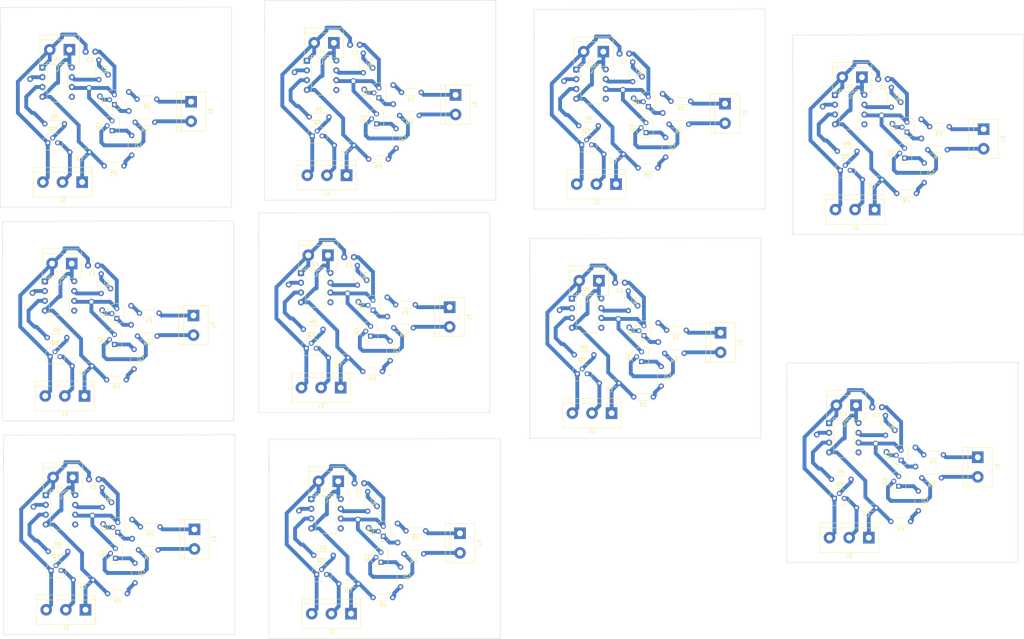
<source format=kicad_pcb>
(kicad_pcb (version 20211014) (generator pcbnew)
  (layers (0 "F.Cu" signal) (31 "B.Cu" signal) (34 "B.Paste" user) (35 "F.Paste" user) (36 "B.SilkS" user "B.Silkscreen") (37 "F.SilkS" user "F.Silkscreen") (38 "B.Mask" user) (39 "F.Mask" user) (44 "Edge.Cuts" user))
  (net 0 "")
  (net 1 "Net-(C1-Pad1)")
  (net 2 "GND")
  (net 3 "+5V")
  (net 4 "Net-(J2-Pad2)")
  (net 5 "Net-(Q1-Pad1)")
  (net 6 "Net-(Q1-Pad2)")
  (net 7 "Net-(Q2-Pad1)")
  (net 8 "Net-(Q2-Pad2)")
  (net 9 "Net-(Q3-Pad2)")
  (net 10 "Net-(R3-Pad2)")
  (net 11 "Net-(R6-Pad1)")
  (net 13 "Net-(R1-Pad1)")
  (net 14 "Net-(R2-Pad1)")
  (footprint "TerminalBlock:TerminalBlock_bornier-2_P5.08mm" (layer "F.Cu") (at 101.854 136.652 180)
    (fp_text reference "J1")
    (fp_text value "Screw_Terminal_01x02")
  )
  (footprint "Resistor_THT:R_Axial_DIN0204_L3.6mm_D1.6mm_P5.08mm_Horizontal" (layer "F.Cu") (at 183.388 114.808 180)
    (fp_text reference "R5")
    (fp_text value "R_US")
  )
  (footprint "Resistor_THT:R_Axial_DIN0204_L3.6mm_D1.6mm_P5.08mm_Horizontal" (layer "F.Cu") (at 229.489 136.144)
    (fp_text reference "R6")
    (fp_text value "R_US")
  )
  (footprint "Resistor_THT:R_Axial_DIN0204_L3.6mm_D1.6mm_P5.08mm_Horizontal" (layer "F.Cu") (at 54.382315 43.682685 180)
    (fp_text reference "R2")
    (fp_text value "R_US")
  )
  (footprint "Package_TO_SOT_THT:TO-92" (layer "F.Cu") (at 43.947315 39.110685 90)
    (fp_text reference "Q1")
    (fp_text value "2N3904-APCT-ND")
  )
  (footprint "Resistor_THT:R_Axial_DIN0204_L3.6mm_D1.6mm_P5.08mm_Horizontal" (layer "F.Cu") (at 115.316 100.33 -90)
    (fp_text reference "R3")
    (fp_text value "R_US")
  )
  (footprint "Resistor_THT:R_Axial_DIN0204_L3.6mm_D1.6mm_P5.08mm_Horizontal" (layer "F.Cu") (at 39.904315 27.553685 -90)
    (fp_text reference "R4")
    (fp_text value "R_US")
  )
  (footprint "Package_TO_SOT_THT:TO-92" (layer "F.Cu") (at 112.903 157.607 90)
    (fp_text reference "Q2")
    (fp_text value "2N3904-APCT-ND")
  )
  (footprint "TerminalBlock:TerminalBlock_bornier-2_P5.08mm" (layer "F.Cu") (at 32.284315 24.886685 180)
    (fp_text reference "J1")
    (fp_text value "Screw_Terminal_01x02")
  )
  (footprint "Resistor_THT:R_Axial_DIN0204_L3.6mm_D1.6mm_P5.08mm_Horizontal" (layer "F.Cu") (at 123.317 35.941 180)
    (fp_text reference "R1")
    (fp_text value "R_US")
  )
  (footprint "Resistor_THT:R_Axial_DIN0204_L3.6mm_D1.6mm_P5.08mm_Horizontal" (layer "F.Cu") (at 47.244 165.735 180)
    (fp_text reference "R5")
    (fp_text value "R_US")
  )
  (footprint "Package_TO_SOT_THT:TO-92" (layer "F.Cu") (at 96.266 160.761)
    (fp_text reference "Q3")
    (fp_text value "2N3904-APCT-ND")
  )
  (footprint "TerminalBlock:TerminalBlock_bornier-2_P5.08mm" (layer "F.Cu") (at 33.147 135.636 180)
    (fp_text reference "J1")
    (fp_text value "Screw_Terminal_01x02")
  )
  (footprint "Capacitor_THT:C_Disc_D3.0mm_W1.6mm_P2.50mm" (layer "F.Cu") (at 244.074 32.512 180)
    (fp_text reference "C1")
    (fp_text value "C")
  )
  (footprint "Resistor_THT:R_Axial_DIN0204_L3.6mm_D1.6mm_P5.08mm_Horizontal" (layer "F.Cu") (at 178.054 28.067 -90)
    (fp_text reference "R4")
    (fp_text value "R_US")
  )
  (footprint "Capacitor_THT:C_Disc_D3.0mm_W1.6mm_P2.50mm" (layer "F.Cu") (at 242.55 117.475 180)
    (fp_text reference "C1")
    (fp_text value "C")
  )
  (footprint "TerminalBlock:TerminalBlock_bornier-3_P5.08mm" (layer "F.Cu") (at 240.665 66.294 180)
    (fp_text reference "J2")
    (fp_text value "Screw_Terminal_01x03")
  )
  (footprint "Package_TO_SOT_THT:TO-92" (layer "F.Cu") (at 95.123 47.223)
    (fp_text reference "Q3")
    (fp_text value "2N3904-APCT-ND")
  )
  (footprint "TerminalBlock:TerminalBlock_bornier-3_P5.08mm" (layer "F.Cu") (at 239.141 151.257 180)
    (fp_text reference "J2")
    (fp_text value "Screw_Terminal_01x03")
  )
  (footprint "Package_TO_SOT_THT:TO-92" (layer "F.Cu") (at 44.556 94.488 90)
    (fp_text reference "Q1")
    (fp_text value "2N3904-APCT-ND")
  )
  (footprint "Package_TO_SOT_THT:TO-92" (layer "F.Cu") (at 44.81 149.86 90)
    (fp_text reference "Q1")
    (fp_text value "2N3904-APCT-ND")
  )
  (footprint "Package_DIP:DIP-8_W7.62mm" (layer "F.Cu") (at 230.388 36.586)
    (fp_text reference "U1")
    (fp_text value "NA555P")
  )
  (footprint "TerminalBlock:TerminalBlock_bornier-2_P5.08mm" (layer "F.Cu") (at 170.434 25.4 180)
    (fp_text reference "J1")
    (fp_text value "Screw_Terminal_01x02")
  )
  (footprint "Package_TO_SOT_THT:TO-92" (layer "F.Cu") (at 110.236 99.06 90)
    (fp_text reference "Q2")
    (fp_text value "2N3904-APCT-ND")
  )
  (footprint "TerminalBlock:TerminalBlock_bornier-2_P5.08mm" (layer "F.Cu") (at 267.335 130.429 -90)
    (fp_text reference "J3")
    (fp_text value "Screw_Terminal_01x02")
  )
  (footprint "Package_TO_SOT_THT:TO-92" (layer "F.Cu") (at 180.954 98.933 90)
    (fp_text reference "Q1")
    (fp_text value "2N3904-APCT-ND")
  )
  (footprint "Resistor_THT:R_Axial_DIN0204_L3.6mm_D1.6mm_P5.08mm_Horizontal" (layer "F.Cu") (at 243.459 119.634 -90)
    (fp_text reference "R4")
    (fp_text value "R_US")
  )
  (footprint "TerminalBlock:TerminalBlock_bornier-2_P5.08mm" (layer "F.Cu") (at 235.839 116.967 180)
    (fp_text reference "J1")
    (fp_text value "Screw_Terminal_01x02")
  )
  (footprint "TerminalBlock:TerminalBlock_bornier-2_P5.08mm" (layer "F.Cu") (at 237.363 32.004 180)
    (fp_text reference "J1")
    (fp_text value "Screw_Terminal_01x02")
  )
  (footprint "Resistor_THT:R_Axial_DIN0204_L3.6mm_D1.6mm_P5.08mm_Horizontal" (layer "F.Cu") (at 108.331 25.781 -90)
    (fp_text reference "R4")
    (fp_text value "R_US")
  )
  (footprint "Resistor_THT:R_Axial_DIN0204_L3.6mm_D1.6mm_P5.08mm_Horizontal" (layer "F.Cu") (at 115.951 166.751 180)
    (fp_text reference "R5")
    (fp_text value "R_US")
  )
  (footprint "Resistor_THT:R_Axial_DIN0204_L3.6mm_D1.6mm_P5.08mm_Horizontal" (layer "F.Cu") (at 104.394 104.648 180)
    (fp_text reference "R7")
    (fp_text value "R_US")
  )
  (footprint "Resistor_THT:R_Axial_DIN0204_L3.6mm_D1.6mm_P5.08mm_Horizontal" (layer "F.Cu") (at 186.563 47.625 -90)
    (fp_text reference "R3")
    (fp_text value "R_US")
  )
  (footprint "TerminalBlock:TerminalBlock_bornier-3_P5.08mm" (layer "F.Cu") (at 35.586315 59.176685 180)
    (fp_text reference "J2")
    (fp_text value "Screw_Terminal_01x03")
  )
  (footprint "Package_DIP:DIP-8_W7.62mm" (layer "F.Cu") (at 162.316 89.291)
    (fp_text reference "U1")
    (fp_text value "NA555P")
  )
  (footprint "Resistor_THT:R_Axial_DIN0204_L3.6mm_D1.6mm_P5.08mm_Horizontal" (layer "F.Cu") (at 26.797 154.813)
    (fp_text reference "R6")
    (fp_text value "R_US")
  )
  (footprint "TerminalBlock:TerminalBlock_bornier-3_P5.08mm" (layer "F.Cu") (at 102.489 112.395 180)
    (fp_text reference "J2")
    (fp_text value "Screw_Terminal_01x03")
  )
  (footprint "Capacitor_THT:C_Disc_D3.0mm_W1.6mm_P2.50mm" (layer "F.Cu") (at 38.995315 25.394685 180)
    (fp_text reference "C1")
    (fp_text value "C")
  )
  (footprint "Resistor_THT:R_Axial_DIN0204_L3.6mm_D1.6mm_P5.08mm_Horizontal" (layer "F.Cu") (at 106.807 80.772 -90)
    (fp_text reference "R4")
    (fp_text value "R_US")
  )
  (footprint "Resistor_THT:R_Axial_DIN0204_L3.6mm_D1.6mm_P5.08mm_Horizontal" (layer "F.Cu") (at 109.474 139.319 -90)
    (fp_text reference "R4")
    (fp_text value "R_US")
  )
  (footprint "Resistor_THT:R_Axial_DIN0204_L3.6mm_D1.6mm_P5.08mm_Horizontal" (layer "F.Cu") (at 107.061 163.195 180)
    (fp_text reference "R7")
    (fp_text value "R_US")
  )
  (footprint "Resistor_THT:R_Axial_DIN0204_L3.6mm_D1.6mm_P5.08mm_Horizontal" (layer "F.Cu") (at 113.284 108.204 180)
    (fp_text reference "R5")
    (fp_text value "R_US")
  )
  (footprint "Resistor_THT:R_Axial_DIN0204_L3.6mm_D1.6mm_P5.08mm_Horizontal" (layer "F.Cu") (at 259.969 44.831 180)
    (fp_text reference "R1")
    (fp_text value "R_US")
  )
  (footprint "Resistor_THT:R_Axial_DIN0204_L3.6mm_D1.6mm_P5.08mm_Horizontal" (layer "F.Cu") (at 55.753 148.463 180)
    (fp_text reference "R1")
    (fp_text value "R_US")
  )
  (footprint "Package_TO_SOT_THT:TO-92" (layer "F.Cu") (at 43.333315 45.841685 90)
    (fp_text reference "Q2")
    (fp_text value "2N3904-APCT-ND")
  )
  (footprint "Resistor_THT:R_Axial_DIN0204_L3.6mm_D1.6mm_P5.08mm_Horizontal" (layer "F.Cu") (at 241.046 143.51 180)
    (fp_text reference "R7")
    (fp_text value "R_US")
  )
  (footprint "Resistor_THT:R_Axial_DIN0204_L3.6mm_D1.6mm_P5.08mm_Horizontal" (layer "F.Cu") (at 244.983 34.671 -90)
    (fp_text reference "R4")
    (fp_text value "R_US")
  )
  (footprint "Package_DIP:DIP-8_W7.62mm" (layer "F.Cu") (at 26.172 140.218)
    (fp_text reference "U1")
    (fp_text value "NA555P")
  )
  (footprint "Package_DIP:DIP-8_W7.62mm" (layer "F.Cu") (at 92.212 82.687)
    (fp_text reference "U1")
    (fp_text value "NA555P")
  )
  (footprint "Resistor_THT:R_Axial_DIN0204_L3.6mm_D1.6mm_P5.08mm_Horizontal" (layer "F.Cu") (at 121.793 90.932 180)
    (fp_text reference "R1")
    (fp_text value "R_US")
  )
  (footprint "Resistor_THT:R_Axial_DIN0204_L3.6mm_D1.6mm_P5.08mm_Horizontal" (layer "F.Cu") (at 55.245 154.432 180)
    (fp_text reference "R2")
    (fp_text value "R_US")
  )
  (footprint "Resistor_THT:R_Axial_DIN0204_L3.6mm_D1.6mm_P5.08mm_Horizontal" (layer "F.Cu") (at 192.532 44.196 180)
    (fp_text reference "R2")
    (fp_text value "R_US")
  )
  (footprint "TerminalBlock:TerminalBlock_bornier-2_P5.08mm" (layer "F.Cu") (at 132.207 36.576 -90)
    (fp_text reference "J3")
    (fp_text value "Screw_Terminal_01x02")
  )
  (footprint "Package_TO_SOT_THT:TO-92" (layer "F.Cu") (at 110.85 92.329 90)
    (fp_text reference "Q1")
    (fp_text value "2N3904-APCT-ND")
  )
  (footprint "Resistor_THT:R_Axial_DIN0204_L3.6mm_D1.6mm_P5.08mm_Horizontal" (layer "F.Cu") (at 46.99 110.363 180)
    (fp_text reference "R5")
    (fp_text value "R_US")
  )
  (footprint "Capacitor_THT:C_Disc_D3.0mm_W1.6mm_P2.50mm" (layer "F.Cu") (at 177.145 25.908 180)
    (fp_text reference "C1")
    (fp_text value "C")
  )
  (footprint "Package_TO_SOT_THT:TO-92" (layer "F.Cu") (at 112.374 37.338 90)
    (fp_text reference "Q1")
    (fp_text value "2N3904-APCT-ND")
  )
  (footprint "TerminalBlock:TerminalBlock_bornier-3_P5.08mm" (layer "F.Cu") (at 172.593 118.999 180)
    (fp_text reference "J2")
    (fp_text value "Screw_Terminal_01x03")
  )
  (footprint "Resistor_THT:R_Axial_DIN0204_L3.6mm_D1.6mm_P5.08mm_Horizontal" (layer "F.Cu") (at 38.1 106.807 180)
    (fp_text reference "R7")
    (fp_text value "R_US")
  )
  (footprint "Package_DIP:DIP-8_W7.62mm" (layer "F.Cu") (at 25.309315 29.468685)
    (fp_text reference "U1")
    (fp_text value "NA555P")
  )
  (footprint "TerminalBlock:TerminalBlock_bornier-2_P5.08mm" (layer "F.Cu") (at 99.187 78.105 180)
    (fp_text reference "J1")
    (fp_text value "Screw_Terminal_01x02")
  )
  (footprint "TerminalBlock:TerminalBlock_bornier-2_P5.08mm" (layer "F.Cu") (at 133.35 150.114 -90)
    (fp_text reference "J3")
    (fp_text value "Screw_Terminal_01x02")
  )
  (footprint "Resistor_THT:R_Axial_DIN0204_L3.6mm_D1.6mm_P5.08mm_Horizontal" (layer "F.Cu") (at 174.498 111.252 180)
    (fp_text reference "R7")
    (fp_text value "R_US")
  )
  (footprint "Resistor_THT:R_Axial_DIN0204_L3.6mm_D1.6mm_P5.08mm_Horizontal" (layer "F.Cu") (at 251.46 62.103 180)
    (fp_text reference "R5")
    (fp_text value "R_US")
  )
  (footprint "Resistor_THT:R_Axial_DIN0204_L3.6mm_D1.6mm_P5.08mm_Horizontal" (layer "F.Cu") (at 191.389 103.505 180)
    (fp_text reference "R2")
    (fp_text value "R_US")
  )
  (footprint "Resistor_THT:R_Axial_DIN0204_L3.6mm_D1.6mm_P5.08mm_Horizontal" (layer "F.Cu") (at 94.361 42.291)
    (fp_text reference "R6")
    (fp_text value "R_US")
  )
  (footprint "Package_TO_SOT_THT:TO-92" (layer "F.Cu") (at 164.846 49.509)
    (fp_text reference "Q3")
    (fp_text value "2N3904-APCT-ND")
  )
  (footprint "TerminalBlock:TerminalBlock_bornier-2_P5.08mm" (layer "F.Cu") (at 200.787 98.171 -90)
    (fp_text reference "J3")
    (fp_text value "Screw_Terminal_01x02")
  )
  (footprint "TerminalBlock:TerminalBlock_bornier-2_P5.08mm" (layer "F.Cu") (at 100.711 23.114 180)
    (fp_text reference "J1")
    (fp_text value "Screw_Terminal_01x02")
  )
  (footprint "Resistor_THT:R_Axial_DIN0204_L3.6mm_D1.6mm_P5.08mm_Horizontal" (layer "F.Cu") (at 176.911 87.376 -90)
    (fp_text reference "R4")
    (fp_text value "R_US")
  )
  (footprint "Resistor_THT:R_Axial_DIN0204_L3.6mm_D1.6mm_P5.08mm_Horizontal" (layer "F.Cu") (at 116.84 45.339 -90)
    (fp_text reference "R3")
    (fp_text value "R_US")
  )
  (footprint "Resistor_THT:R_Axial_DIN0204_L3.6mm_D1.6mm_P5.08mm_Horizontal" (layer "F.Cu") (at 92.837 97.282)
    (fp_text reference "R6")
    (fp_text value "R_US")
  )
  (footprint "Resistor_THT:R_Axial_DIN0204_L3.6mm_D1.6mm_P5.08mm_Horizontal" (layer "F.Cu") (at 175.641 51.943 180)
    (fp_text reference "R7")
    (fp_text value "R_US")
  )
  (footprint "TerminalBlock:TerminalBlock_bornier-2_P5.08mm" (layer "F.Cu") (at 130.683 91.567 -90)
    (fp_text reference "J3")
    (fp_text value "Screw_Terminal_01x02")
  )
  (footprint "TerminalBlock:TerminalBlock_bornier-2_P5.08mm" (layer "F.Cu") (at 268.859 45.466 -90)
    (fp_text reference "J3")
    (fp_text value "Screw_Terminal_01x02")
  )
  (footprint "TerminalBlock:TerminalBlock_bornier-3_P5.08mm" (layer "F.Cu") (at 105.156 170.942 180)
    (fp_text reference "J2")
    (fp_text value "Screw_Terminal_01x03")
  )
  (footprint "Capacitor_THT:C_Disc_D3.0mm_W1.6mm_P2.50mm" (layer "F.Cu") (at 107.422 23.622 180)
    (fp_text reference "C1")
    (fp_text value "C")
  )
  (footprint "Package_TO_SOT_THT:TO-92" (layer "F.Cu") (at 26.696315 48.995685)
    (fp_text reference "Q3")
    (fp_text value "2N3904-APCT-ND")
  )
  (footprint "TerminalBlock:TerminalBlock_bornier-2_P5.08mm" (layer "F.Cu") (at 32.893 80.264 180)
    (fp_text reference "J1")
    (fp_text value "Screw_Terminal_01x02")
  )
  (footprint "Resistor_THT:R_Axial_DIN0204_L3.6mm_D1.6mm_P5.08mm_Horizontal" (layer "F.Cu") (at 54.890315 37.713685 180)
    (fp_text reference "R1")
    (fp_text value "R_US")
  )
  (footprint "Package_TO_SOT_THT:TO-92" (layer "F.Cu") (at 182.097 39.624 90)
    (fp_text reference "Q1")
    (fp_text value "2N3904-APCT-ND")
  )
  (footprint "Resistor_THT:R_Axial_DIN0204_L3.6mm_D1.6mm_P5.08mm_Horizontal" (layer "F.Cu") (at 251.968 139.192 -90)
    (fp_text reference "R3")
    (fp_text value "R_US")
  )
  (footprint "Resistor_THT:R_Axial_DIN0204_L3.6mm_D1.6mm_P5.08mm_Horizontal" (layer "F.Cu") (at 259.461 50.8 180)
    (fp_text reference "R2")
    (fp_text value "R_US")
  )
  (footprint "Resistor_THT:R_Axial_DIN0204_L3.6mm_D1.6mm_P5.08mm_Horizontal" (layer "F.Cu") (at 162.941 103.886)
    (fp_text reference "R6")
    (fp_text value "R_US")
  )
  (footprint "Package_TO_SOT_THT:TO-92" (layer "F.Cu") (at 43.942 101.219 90)
    (fp_text reference "Q2")
    (fp_text value "2N3904-APCT-ND")
  )
  (footprint "TerminalBlock:TerminalBlock_bornier-3_P5.08mm" (layer "F.Cu") (at 104.013 57.404 180)
    (fp_text reference "J2")
    (fp_text value "Screw_Terminal_01x03")
  )
  (footprint "Resistor_THT:R_Axial_DIN0204_L3.6mm_D1.6mm_P5.08mm_Horizontal" (layer "F.Cu") (at 37.491315 51.429685 180)
    (fp_text reference "R7")
    (fp_text value "R_US")
  )
  (footprint "Package_TO_SOT_THT:TO-92" (layer "F.Cu") (at 230.251 141.076)
    (fp_text reference "Q3")
    (fp_text value "2N3904-APCT-ND")
  )
  (footprint "Resistor_THT:R_Axial_DIN0204_L3.6mm_D1.6mm_P5.08mm_Horizontal" (layer "F.Cu") (at 123.952 155.448 180)
    (fp_text reference "R2")
    (fp_text value "R_US")
  )
  (footprint "Package_TO_SOT_THT:TO-92" (layer "F.Cu") (at 247.502 131.191 90)
    (fp_text reference "Q1")
    (fp_text value "2N3904-APCT-ND")
  )
  (footprint "Resistor_THT:R_Axial_DIN0204_L3.6mm_D1.6mm_P5.08mm_Horizontal" (layer "F.Cu") (at 242.57 58.547 180)
    (fp_text reference "R7")
    (fp_text value "R_US")
  )
  (footprint "Resistor_THT:R_Axial_DIN0204_L3.6mm_D1.6mm_P5.08mm_Horizontal" (layer "F.Cu") (at 185.42 106.934 -90)
    (fp_text reference "R3")
    (fp_text value "R_US")
  )
  (footprint "Resistor_THT:R_Axial_DIN0204_L3.6mm_D1.6mm_P5.08mm_Horizontal" (layer "F.Cu") (at 40.513 82.931 -90)
    (fp_text reference "R4")
    (fp_text value "R_US")
  )
  (footprint "Package_TO_SOT_THT:TO-92" (layer "F.Cu") (at 44.196 156.591 90)
    (fp_text reference "Q2")
    (fp_text value "2N3904-APCT-ND")
  )
  (footprint "Capacitor_THT:C_Disc_D3.0mm_W1.6mm_P2.50mm" (layer "F.Cu") (at 105.898 78.613 180)
    (fp_text reference "C1")
    (fp_text value "C")
  )
  (footprint "Package_DIP:DIP-8_W7.62mm" (layer "F.Cu") (at 228.864 121.549)
    (fp_text reference "U1")
    (fp_text value "NA555P")
  )
  (footprint "Package_TO_SOT_THT:TO-92" (layer "F.Cu") (at 111.76 44.069 90)
    (fp_text reference "Q2")
    (fp_text value "2N3904-APCT-ND")
  )
  (footprint "Resistor_THT:R_Axial_DIN0204_L3.6mm_D1.6mm_P5.08mm_Horizontal" (layer "F.Cu") (at 48.413315 47.111685 -90)
    (fp_text reference "R3")
    (fp_text value "R_US")
  )
  (footprint "Resistor_THT:R_Axial_DIN0204_L3.6mm_D1.6mm_P5.08mm_Horizontal" (layer "F.Cu") (at 117.983 158.877 -90)
    (fp_text reference "R3")
    (fp_text value "R_US")
  )
  (footprint "Resistor_THT:R_Axial_DIN0204_L3.6mm_D1.6mm_P5.08mm_Horizontal" (layer "F.Cu") (at 164.084 44.577)
    (fp_text reference "R6")
    (fp_text value "R_US")
  )
  (footprint "TerminalBlock:TerminalBlock_bornier-2_P5.08mm" (layer "F.Cu") (at 169.291 84.709 180)
    (fp_text reference "J1")
    (fp_text value "Screw_Terminal_01x02")
  )
  (footprint "Resistor_THT:R_Axial_DIN0204_L3.6mm_D1.6mm_P5.08mm_Horizontal" (layer "F.Cu") (at 26.543 99.441)
    (fp_text reference "R6")
    (fp_text value "R_US")
  )
  (footprint "TerminalBlock:TerminalBlock_bornier-2_P5.08mm" (layer "F.Cu") (at 63.780315 38.348685 -90)
    (fp_text reference "J3")
    (fp_text value "Screw_Terminal_01x02")
  )
  (footprint "TerminalBlock:TerminalBlock_bornier-3_P5.08mm" (layer "F.Cu") (at 36.195 114.554 180)
    (fp_text reference "J2")
    (fp_text value "Screw_Terminal_01x03")
  )
  (footprint "Resistor_THT:R_Axial_DIN0204_L3.6mm_D1.6mm_P5.08mm_Horizontal" (layer "F.Cu") (at 114.808 53.213 180)
    (fp_text reference "R5")
    (fp_text value "R_US")
  )
  (footprint "TerminalBlock:TerminalBlock_bornier-3_P5.08mm" (layer "F.Cu") (at 173.736 59.69 180)
    (fp_text reference "J2")
    (fp_text value "Screw_Terminal_01x03")
  )
  (footprint "Resistor_THT:R_Axial_DIN0204_L3.6mm_D1.6mm_P5.08mm_Horizontal" (layer "F.Cu") (at 231.013 51.181)
    (fp_text reference "R6")
    (fp_text value "R_US")
  )
  (footprint "Package_TO_SOT_THT:TO-92" (layer "F.Cu") (at 93.599 102.214)
    (fp_text reference "Q3")
    (fp_text value "2N3904-APCT-ND")
  )
  (footprint "Package_TO_SOT_THT:TO-92" (layer "F.Cu") (at 249.026 46.228 90)
    (fp_text reference "Q1")
    (fp_text value "2N3904-APCT-ND")
  )
  (footprint "Resistor_THT:R_Axial_DIN0204_L3.6mm_D1.6mm_P5.08mm_Horizontal" (layer "F.Cu") (at 122.809 41.91 180)
    (fp_text reference "R2")
    (fp_text value "R_US")
  )
  (footprint "Resistor_THT:R_Axial_DIN0204_L3.6mm_D1.6mm_P5.08mm_Horizontal" (layer "F.Cu") (at 40.767 138.303 -90)
    (fp_text reference "R4")
    (fp_text value "R_US")
  )
  (footprint "Resistor_THT:R_Axial_DIN0204_L3.6mm_D1.6mm_P5.08mm_Horizontal" (layer "F.Cu") (at 121.285 96.901 180)
    (fp_text reference "R2")
    (fp_text value "R_US")
  )
  (footprint "Resistor_THT:R_Axial_DIN0204_L3.6mm_D1.6mm_P5.08mm_Horizontal" (layer "F.Cu") (at 55.499 93.091 180)
    (fp_text reference "R1")
    (fp_text value "R_US")
  )
  (footprint "Capacitor_THT:C_Disc_D3.0mm_W1.6mm_P2.50mm" (layer "F.Cu") (at 39.604 80.772 180)
    (fp_text reference "C1")
    (fp_text value "C")
  )
  (footprint "Resistor_THT:R_Axial_DIN0204_L3.6mm_D1.6mm_P5.08mm_Horizontal" (layer "F.Cu") (at 105.918 49.657 180)
    (fp_text reference "R7")
    (fp_text value "R_US")
  )
  (footprint "Capacitor_THT:C_Disc_D3.0mm_W1.6mm_P2.50mm" (layer "F.Cu") (at 176.002 85.217 180)
    (fp_text reference "C1")
    (fp_text value "C")
  )
  (footprint "Resistor_THT:R_Axial_DIN0204_L3.6mm_D1.6mm_P5.08mm_Horizontal" (layer "F.Cu") (at 46.381315 54.985685 180)
    (fp_text reference "R5")
    (fp_text value "R_US")
  )
  (footprint "Resistor_THT:R_Axial_DIN0204_L3.6mm_D1.6mm_P5.08mm_Horizontal" (layer "F.Cu") (at 49.022 102.489 -90)
    (fp_text reference "R3")
    (fp_text value "R_US")
  )
  (footprint "Resistor_THT:R_Axial_DIN0204_L3.6mm_D1.6mm_P5.08mm_Horizontal" (layer "F.Cu") (at 191.897 97.536 180)
    (fp_text reference "R1")
    (fp_text value "R_US")
  )
  (footprint "Package_TO_SOT_THT:TO-92" (layer "F.Cu") (at 231.775 56.113)
    (fp_text reference "Q3")
    (fp_text value "2N3904-APCT-ND")
  )
  (footprint "Package_TO_SOT_THT:TO-92" (layer "F.Cu") (at 181.483 46.355 90)
    (fp_text reference "Q2")
    (fp_text value "2N3904-APCT-ND")
  )
  (footprint "TerminalBlock:TerminalBlock_bornier-3_P5.08mm" (layer "F.Cu") (at 36.449 169.926 180)
    (fp_text reference "J2")
    (fp_text value "Screw_Terminal_01x03")
  )
  (footprint "TerminalBlock:TerminalBlock_bornier-2_P5.08mm" (layer "F.Cu") (at 64.643 149.098 -90)
    (fp_text reference "J3")
    (fp_text value "Screw_Terminal_01x02")
  )
  (footprint "Resistor_THT:R_Axial_DIN0204_L3.6mm_D1.6mm_P5.08mm_Horizontal" (layer "F.Cu") (at 249.936 147.066 180)
    (fp_text reference "R5")
    (fp_text value "R_US")
  )
  (footprint "Package_TO_SOT_THT:TO-92" (layer "F.Cu") (at 180.34 105.664 90)
    (fp_text reference "Q2")
    (fp_text value "2N3904-APCT-ND")
  )
  (footprint "Package_TO_SOT_THT:TO-92" (layer "F.Cu") (at 248.412 52.959 90)
    (fp_text reference "Q2")
    (fp_text value "2N3904-APCT-ND")
  )
  (footprint "TerminalBlock:TerminalBlock_bornier-2_P5.08mm" (layer "F.Cu") (at 201.93 38.862 -90)
    (fp_text reference "J3")
    (fp_text value "Screw_Terminal_01x02")
  )
  (footprint "Package_DIP:DIP-8_W7.62mm" (layer "F.Cu") (at 94.879 141.234)
    (fp_text reference "U1")
    (fp_text value "NA555P")
  )
  (footprint "Resistor_THT:R_Axial_DIN0204_L3.6mm_D1.6mm_P5.08mm_Horizontal" (layer "F.Cu") (at 184.531 55.499 180)
    (fp_text reference "R5")
    (fp_text value "R_US")
  )
  (footprint "Package_TO_SOT_THT:TO-92" (layer "F.Cu") (at 113.517 150.876 90)
    (fp_text reference "Q1")
    (fp_text value "2N3904-APCT-ND")
  )
  (footprint "Package_DIP:DIP-8_W7.62mm" (layer "F.Cu") (at 93.736 27.696)
    (fp_text reference "U1")
    (fp_text value "NA555P")
  )
  (footprint "Package_TO_SOT_THT:TO-92" (layer "F.Cu") (at 27.559 159.745)
    (fp_text reference "Q3")
    (fp_text value "2N3904-APCT-ND")
  )
  (footprint "Package_DIP:DIP-8_W7.62mm" (layer "F.Cu") (at 163.459 29.982)
    (fp_text reference "U1")
    (fp_text value "NA555P")
  )
  (footprint "Resistor_THT:R_Axial_DIN0204_L3.6mm_D1.6mm_P5.08mm_Horizontal" (layer "F.Cu") (at 38.354 162.179 180)
    (fp_text reference "R7")
    (fp_text value "R_US")
  )
  (footprint "Package_TO_SOT_THT:TO-92" (layer "F.Cu") (at 163.703 108.818)
    (fp_text reference "Q3")
    (fp_text value "2N3904-APCT-ND")
  )
  (footprint "Resistor_THT:R_Axial_DIN0204_L3.6mm_D1.6mm_P5.08mm_Horizontal" (layer "F.Cu") (at 124.46 149.479 180)
    (fp_text reference "R1")
    (fp_text value "R_US")
  )
  (footprint "TerminalBlock:TerminalBlock_bornier-2_P5.08mm" (layer "F.Cu") (at 64.389 93.726 -90)
    (fp_text reference "J3")
    (fp_text value "Screw_Terminal_01x02")
  )
  (footprint "Resistor_THT:R_Axial_DIN0204_L3.6mm_D1.6mm_P5.08mm_Horizontal" (layer "F.Cu") (at 253.492 54.229 -90)
    (fp_text reference "R3")
    (fp_text value "R_US")
  )
  (footprint "Package_DIP:DIP-8_W7.62mm" (layer "F.Cu") (at 25.918 84.846)
    (fp_text reference "U1")
    (fp_text value "NA555P")
  )
  (footprint "Resistor_THT:R_Axial_DIN0204_L3.6mm_D1.6mm_P5.08mm_Horizontal" (layer "F.Cu") (at 258.445 129.794 180)
    (fp_text reference "R1")
    (fp_text value "R_US")
  )
  (footprint "Capacitor_THT:C_Disc_D3.0mm_W1.6mm_P2.50mm" (layer "F.Cu") (at 39.858 136.144 180)
    (fp_text reference "C1")
    (fp_text value "C")
  )
  (footprint "Resistor_THT:R_Axial_DIN0204_L3.6mm_D1.6mm_P5.08mm_Horizontal" (layer "F.Cu") (at 25.934315 44.063685)
    (fp_text reference "R6")
    (fp_text value "R_US")
  )
  (footprint "Resistor_THT:R_Axial_DIN0204_L3.6mm_D1.6mm_P5.08mm_Horizontal" (layer "F.Cu") (at 193.04 38.227 180)
    (fp_text reference "R1")
    (fp_text value "R_US")
  )
  (footprint "Package_TO_SOT_THT:TO-92" (layer "F.Cu") (at 27.305 104.373)
    (fp_text reference "Q3")
    (fp_text value "2N3904-APCT-ND")
  )
  (footprint "Resistor_THT:R_Axial_DIN0204_L3.6mm_D1.6mm_P5.08mm_Horizontal" (layer "F.Cu") (at 54.991 99.06 180)
    (fp_text reference "R2")
    (fp_text value "R_US")
  )
  (footprint "Resistor_THT:R_Axial_DIN0204_L3.6mm_D1.6mm_P5.08mm_Horizontal" (layer "F.Cu") (at 257.937 135.763 180)
    (fp_text reference "R2")
    (fp_text value "R_US")
  )
  (footprint "Resistor_THT:R_Axial_DIN0204_L3.6mm_D1.6mm_P5.08mm_Horizontal" (layer "F.Cu") (at 95.504 155.829)
    (fp_text reference "R6")
    (fp_text value "R_US")
  )
  (footprint "Package_TO_SOT_THT:TO-92" (layer "F.Cu") (at 246.888 137.922 90)
    (fp_text reference "Q2")
    (fp_text value "2N3904-APCT-ND")
  )
  (footprint "Resistor_THT:R_Axial_DIN0204_L3.6mm_D1.6mm_P5.08mm_Horizontal" (layer "F.Cu") (at 49.276 157.861 -90)
    (fp_text reference "R3")
    (fp_text value "R_US")
  )
  (footprint "Capacitor_THT:C_Disc_D3.0mm_W1.6mm_P2.50mm" (layer "F.Cu") (at 108.565 137.16 180)
    (fp_text reference "C1")
    (fp_text value "C")
  )
  (gr_line (start 83.947 177.419) (end 143.764 177.419) (layer "Edge.Cuts") (width 0.1))
  (gr_line (start 143.764 125.603) (end 83.947 125.73) (layer "Edge.Cuts") (width 0.1))
  (gr_line (start 143.764 177.419) (end 143.764 125.603) (layer "Edge.Cuts") (width 0.1))
  (gr_line (start 212.344 66.167) (end 212.344 14.351) (layer "Edge.Cuts") (width 0.1))
  (gr_line (start 152.527 14.478) (end 152.527 22.606) (layer "Edge.Cuts") (width 0.1))
  (gr_line (start 211.201 125.476) (end 211.201 73.66) (layer "Edge.Cuts") (width 0.1))
  (gr_line (start 141.097 67.056) (end 81.28 67.183) (layer "Edge.Cuts") (width 0.1))
  (gr_line (start 82.804 17.018) (end 82.804 63.881) (layer "Edge.Cuts") (width 0.1))
  (gr_line (start 14.986 121.031) (end 74.803 121.031) (layer "Edge.Cuts") (width 0.1))
  (gr_line (start 211.201 73.66) (end 151.384 73.787) (layer "Edge.Cuts") (width 0.1))
  (gr_line (start 14.377315 65.653685) (end 74.194315 65.653685) (layer "Edge.Cuts") (width 0.1))
  (gr_line (start 74.803 69.215) (end 14.986 69.342) (layer "Edge.Cuts") (width 0.1))
  (gr_line (start 75.057 124.587) (end 15.24 124.714) (layer "Edge.Cuts") (width 0.1))
  (gr_line (start 217.932 106.045) (end 217.932 114.173) (layer "Edge.Cuts") (width 0.1))
  (gr_line (start 151.384 125.476) (end 211.201 125.476) (layer "Edge.Cuts") (width 0.1))
  (gr_line (start 279.273 72.771) (end 279.273 20.955) (layer "Edge.Cuts") (width 0.1))
  (gr_line (start 81.28 67.183) (end 81.28 75.311) (layer "Edge.Cuts") (width 0.1))
  (gr_line (start 152.527 19.304) (end 152.527 66.167) (layer "Edge.Cuts") (width 0.1))
  (gr_line (start 82.804 63.881) (end 142.621 63.881) (layer "Edge.Cuts") (width 0.1))
  (gr_line (start 83.947 125.73) (end 83.947 133.858) (layer "Edge.Cuts") (width 0.1))
  (gr_line (start 279.273 20.955) (end 219.456 21.082) (layer "Edge.Cuts") (width 0.1))
  (gr_line (start 74.194315 65.653685) (end 74.194315 13.837685) (layer "Edge.Cuts") (width 0.1))
  (gr_line (start 277.749 105.918) (end 217.932 106.045) (layer "Edge.Cuts") (width 0.1))
  (gr_line (start 151.384 73.787) (end 151.384 81.915) (layer "Edge.Cuts") (width 0.1))
  (gr_line (start 74.194315 13.837685) (end 14.377315 13.964685) (layer "Edge.Cuts") (width 0.1))
  (gr_line (start 81.28 118.872) (end 141.097 118.872) (layer "Edge.Cuts") (width 0.1))
  (gr_line (start 15.24 124.714) (end 15.24 132.842) (layer "Edge.Cuts") (width 0.1))
  (gr_line (start 219.456 21.082) (end 219.456 29.21) (layer "Edge.Cuts") (width 0.1))
  (gr_line (start 142.621 12.065) (end 82.804 12.192) (layer "Edge.Cuts") (width 0.1))
  (gr_line (start 217.932 110.871) (end 217.932 157.734) (layer "Edge.Cuts") (width 0.1))
  (gr_line (start 142.621 63.881) (end 142.621 12.065) (layer "Edge.Cuts") (width 0.1))
  (gr_line (start 75.057 176.403) (end 75.057 124.587) (layer "Edge.Cuts") (width 0.1))
  (gr_line (start 277.749 157.734) (end 277.749 105.918) (layer "Edge.Cuts") (width 0.1))
  (gr_line (start 14.377315 13.964685) (end 14.377315 22.092685) (layer "Edge.Cuts") (width 0.1))
  (gr_line (start 217.932 157.734) (end 277.749 157.734) (layer "Edge.Cuts") (width 0.1))
  (gr_line (start 82.804 12.192) (end 82.804 20.32) (layer "Edge.Cuts") (width 0.1))
  (gr_line (start 219.456 72.771) (end 279.273 72.771) (layer "Edge.Cuts") (width 0.1))
  (gr_line (start 74.803 121.031) (end 74.803 69.215) (layer "Edge.Cuts") (width 0.1))
  (gr_line (start 14.986 74.168) (end 14.986 121.031) (layer "Edge.Cuts") (width 0.1))
  (gr_line (start 15.24 176.403) (end 75.057 176.403) (layer "Edge.Cuts") (width 0.1))
  (gr_line (start 219.456 25.908) (end 219.456 72.771) (layer "Edge.Cuts") (width 0.1))
  (gr_line (start 141.097 118.872) (end 141.097 67.056) (layer "Edge.Cuts") (width 0.1))
  (gr_line (start 152.527 66.167) (end 212.344 66.167) (layer "Edge.Cuts") (width 0.1))
  (gr_line (start 15.24 129.54) (end 15.24 176.403) (layer "Edge.Cuts") (width 0.1))
  (gr_line (start 14.986 69.342) (end 14.986 77.47) (layer "Edge.Cuts") (width 0.1))
  (gr_line (start 151.384 78.613) (end 151.384 125.476) (layer "Edge.Cuts") (width 0.1))
  (gr_line (start 212.344 14.351) (end 152.527 14.478) (layer "Edge.Cuts") (width 0.1))
  (gr_line (start 83.947 130.556) (end 83.947 177.419) (layer "Edge.Cuts") (width 0.1))
  (gr_line (start 14.377315 18.790685) (end 14.377315 65.653685) (layer "Edge.Cuts") (width 0.1))
  (gr_line (start 81.28 72.009) (end 81.28 118.872) (layer "Edge.Cuts") (width 0.1))
  (via (at 225.679 124.587) (size 1.5) (drill 0.8) (layers "F.Cu" "B.Cu") (net 0))
  (via (at 90.551 30.734) (size 1.5) (drill 0.8) (layers "F.Cu" "B.Cu") (net 0))
  (via (at 22.987 143.256) (size 1.5) (drill 0.8) (layers "F.Cu" "B.Cu") (net 0))
  (via (at 160.274 33.02) (size 1.5) (drill 0.8) (layers "F.Cu" "B.Cu") (net 0))
  (via (at 22.124315 32.506685) (size 1.5) (drill 0.8) (layers "F.Cu" "B.Cu") (net 0))
  (via (at 89.027 85.725) (size 1.5) (drill 0.8) (layers "F.Cu" "B.Cu") (net 0))
  (via (at 22.733 87.884) (size 1.5) (drill 0.8) (layers "F.Cu" "B.Cu") (net 0))
  (via (at 159.131 92.329) (size 1.5) (drill 0.8) (layers "F.Cu" "B.Cu") (net 0))
  (via (at 227.203 39.624) (size 1.5) (drill 0.8) (layers "F.Cu" "B.Cu") (net 0))
  (via (at 91.694 144.272) (size 1.5) (drill 0.8) (layers "F.Cu" "B.Cu") (net 0))
  (segment (start 91.049 30.236) (end 90.551 30.734) (width 1) (layer "B.Cu") (net 0))
  (segment (start 226.177 124.089) (end 225.679 124.587) (width 1) (layer "B.Cu") (net 0))
  (segment (start 26.172 142.758) (end 23.485 142.758) (width 1) (layer "B.Cu") (net 0))
  (segment (start 93.736 30.236) (end 91.049 30.236) (width 1) (layer "B.Cu") (net 0))
  (segment (start 160.772 32.522) (end 160.274 33.02) (width 1) (layer "B.Cu") (net 0))
  (segment (start 23.485 142.758) (end 22.987 143.256) (width 1) (layer "B.Cu") (net 0))
  (segment (start 25.918 87.386) (end 23.231 87.386) (width 1) (layer "B.Cu") (net 0))
  (segment (start 22.622315 32.008685) (end 22.124315 32.506685) (width 1) (layer "B.Cu") (net 0))
  (segment (start 94.879 143.774) (end 92.192 143.774) (width 1) (layer "B.Cu") (net 0))
  (segment (start 159.629 91.831) (end 159.131 92.329) (width 1) (layer "B.Cu") (net 0))
  (segment (start 92.192 143.774) (end 91.694 144.272) (width 1) (layer "B.Cu") (net 0))
  (segment (start 227.701 39.126) (end 227.203 39.624) (width 1) (layer "B.Cu") (net 0))
  (segment (start 230.388 39.126) (end 227.701 39.126) (width 1) (layer "B.Cu") (net 0))
  (segment (start 92.212 85.227) (end 89.525 85.227) (width 1) (layer "B.Cu") (net 0))
  (segment (start 89.525 85.227) (end 89.027 85.725) (width 1) (layer "B.Cu") (net 0))
  (segment (start 228.864 124.089) (end 226.177 124.089) (width 1) (layer "B.Cu") (net 0))
  (segment (start 25.309315 32.008685) (end 22.622315 32.008685) (width 1) (layer "B.Cu") (net 0))
  (segment (start 163.459 32.522) (end 160.772 32.522) (width 1) (layer "B.Cu") (net 0))
  (segment (start 23.231 87.386) (end 22.733 87.884) (width 1) (layer "B.Cu") (net 0))
  (segment (start 162.316 91.831) (end 159.629 91.831) (width 1) (layer "B.Cu") (net 0))
  (via (at 38.227 145.542) (size 1.5) (drill 1) (layers "F.Cu" "B.Cu") (net 1))
  (via (at 240.919 126.873) (size 1.5) (drill 1) (layers "F.Cu" "B.Cu") (net 1))
  (via (at 106.934 146.558) (size 1.5) (drill 1) (layers "F.Cu" "B.Cu") (net 1))
  (via (at 37.973 90.17) (size 1.5) (drill 1) (layers "F.Cu" "B.Cu") (net 1))
  (via (at 104.267 88.011) (size 1.5) (drill 1) (layers "F.Cu" "B.Cu") (net 1))
  (via (at 37.364315 34.792685) (size 1.5) (drill 1) (layers "F.Cu" "B.Cu") (net 1))
  (via (at 105.791 33.02) (size 1.5) (drill 1) (layers "F.Cu" "B.Cu") (net 1))
  (via (at 175.514 35.306) (size 1.5) (drill 1) (layers "F.Cu" "B.Cu") (net 1))
  (via (at 174.371 94.615) (size 1.5) (drill 1) (layers "F.Cu" "B.Cu") (net 1))
  (via (at 242.443 41.91) (size 1.5) (drill 1) (layers "F.Cu" "B.Cu") (net 1))
  (segment (start 180.319 35.306) (end 182.097 37.084) (width 1) (layer "B.Cu") (net 1))
  (segment (start 180.954 89.03763) (end 180.954 96.393) (width 1) (layer "B.Cu") (net 1))
  (segment (start 177.145 25.908) (end 178.27637 25.908) (width 1) (layer "B.Cu") (net 1))
  (segment (start 37.364315 34.792685) (end 33.173315 34.792685) (width 1) (layer "B.Cu") (net 1))
  (segment (start 174.371 94.615) (end 179.176 94.615) (width 1) (layer "B.Cu") (net 1))
  (segment (start 249.026 36.33263) (end 249.026 43.688) (width 1) (layer "B.Cu") (net 1))
  (segment (start 240.919 129.413) (end 240.919 126.873) (width 1) (layer "B.Cu") (net 1))
  (segment (start 244.074 32.512) (end 245.20537 32.512) (width 1) (layer "B.Cu") (net 1))
  (segment (start 42.778 90.17) (end 44.556 91.948) (width 1) (layer "B.Cu") (net 1))
  (segment (start 43.333315 43.301685) (end 37.364315 37.332685) (width 1) (layer "B.Cu") (net 1))
  (segment (start 38.995315 25.394685) (end 40.126685 25.394685) (width 1) (layer "B.Cu") (net 1))
  (segment (start 246.888 135.382) (end 240.919 129.413) (width 1) (layer "B.Cu") (net 1))
  (segment (start 111.739 146.558) (end 113.517 148.336) (width 1) (layer "B.Cu") (net 1))
  (segment (start 106.934 149.098) (end 106.934 146.558) (width 1) (layer "B.Cu") (net 1))
  (segment (start 178.27637 25.908) (end 182.097 29.72863) (width 1) (layer "B.Cu") (net 1))
  (segment (start 111.76 41.529) (end 105.791 35.56) (width 1) (layer "B.Cu") (net 1))
  (segment (start 40.98937 136.144) (end 44.81 139.96463) (width 1) (layer "B.Cu") (net 1))
  (segment (start 43.947315 29.215315) (end 43.947315 36.570685) (width 1) (layer "B.Cu") (net 1))
  (segment (start 177.13337 85.217) (end 180.954 89.03763) (width 1) (layer "B.Cu") (net 1))
  (segment (start 44.196 154.051) (end 38.227 148.082) (width 1) (layer "B.Cu") (net 1))
  (segment (start 109.69637 137.16) (end 113.517 140.98063) (width 1) (layer "B.Cu") (net 1))
  (segment (start 40.126685 25.394685) (end 43.947315 29.215315) (width 1) (layer "B.Cu") (net 1))
  (segment (start 104.267 88.011) (end 100.076 88.011) (width 1) (layer "B.Cu") (net 1))
  (segment (start 247.502 121.29563) (end 247.502 128.651) (width 1) (layer "B.Cu") (net 1))
  (segment (start 245.20537 32.512) (end 249.026 36.33263) (width 1) (layer "B.Cu") (net 1))
  (segment (start 112.374 27.44263) (end 112.374 34.798) (width 1) (layer "B.Cu") (net 1))
  (segment (start 37.973 92.71) (end 37.973 90.17) (width 1) (layer "B.Cu") (net 1))
  (segment (start 242.55 117.475) (end 243.68137 117.475) (width 1) (layer "B.Cu") (net 1))
  (segment (start 174.371 97.155) (end 174.371 94.615) (width 1) (layer "B.Cu") (net 1))
  (segment (start 39.858 136.144) (end 40.98937 136.144) (width 1) (layer "B.Cu") (net 1))
  (segment (start 112.903 155.067) (end 106.934 149.098) (width 1) (layer "B.Cu") (net 1))
  (segment (start 37.364315 34.792685) (end 42.169315 34.792685) (width 1) (layer "B.Cu") (net 1))
  (segment (start 174.371 94.615) (end 170.18 94.615) (width 1) (layer "B.Cu") (net 1))
  (segment (start 238.252 41.91) (end 238.008 41.666) (width 1) (layer "B.Cu") (net 1))
  (segment (start 110.596 33.02) (end 112.374 34.798) (width 1) (layer "B.Cu") (net 1))
  (segment (start 44.556 84.59263) (end 44.556 91.948) (width 1) (layer "B.Cu") (net 1))
  (segment (start 107.02937 78.613) (end 110.85 82.43363) (width 1) (layer "B.Cu") (net 1))
  (segment (start 38.227 145.542) (end 43.032 145.542) (width 1) (layer "B.Cu") (net 1))
  (segment (start 40.73537 80.772) (end 44.556 84.59263) (width 1) (layer "B.Cu") (net 1))
  (segment (start 107.422 23.622) (end 108.55337 23.622) (width 1) (layer "B.Cu") (net 1))
  (segment (start 242.443 41.91) (end 238.252 41.91) (width 1) (layer "B.Cu") (net 1))
  (segment (start 110.236 96.52) (end 104.267 90.551) (width 1) (layer "B.Cu") (net 1))
  (segment (start 110.85 82.43363) (end 110.85 89.789) (width 1) (layer "B.Cu") (net 1))
  (segment (start 180.34 103.124) (end 174.371 97.155) (width 1) (layer "B.Cu") (net 1))
  (segment (start 104.267 90.551) (end 104.267 88.011) (width 1) (layer "B.Cu") (net 1))
  (segment (start 236.728 126.873) (end 236.484 126.629) (width 1) (layer "B.Cu") (net 1))
  (segment (start 37.364315 37.332685) (end 37.364315 34.792685) (width 1) (layer "B.Cu") (net 1))
  (segment (start 34.036 145.542) (end 33.792 145.298) (width 1) (layer "B.Cu") (net 1))
  (segment (start 171.323 35.306) (end 171.079 35.062) (width 1) (layer "B.Cu") (net 1))
  (segment (start 175.514 35.306) (end 171.323 35.306) (width 1) (layer "B.Cu") (net 1))
  (segment (start 105.791 33.02) (end 101.6 33.02) (width 1) (layer "B.Cu") (net 1))
  (segment (start 39.604 80.772) (end 40.73537 80.772) (width 1) (layer "B.Cu") (net 1))
  (segment (start 37.973 90.17) (end 42.778 90.17) (width 1) (layer "B.Cu") (net 1))
  (segment (start 108.565 137.16) (end 109.69637 137.16) (width 1) (layer "B.Cu") (net 1))
  (segment (start 33.782 90.17) (end 33.538 89.926) (width 1) (layer "B.Cu") (net 1))
  (segment (start 33.173315 34.792685) (end 32.929315 34.548685) (width 1) (layer "B.Cu") (net 1))
  (segment (start 43.942 98.679) (end 37.973 92.71) (width 1) (layer "B.Cu") (net 1))
  (segment (start 176.002 85.217) (end 177.13337 85.217) (width 1) (layer "B.Cu") (net 1))
  (segment (start 113.517 140.98063) (end 113.517 148.336) (width 1) (layer "B.Cu") (net 1))
  (segment (start 105.791 35.56) (end 105.791 33.02) (width 1) (layer "B.Cu") (net 1))
  (segment (start 243.68137 117.475) (end 247.502 121.29563) (width 1) (layer "B.Cu") (net 1))
  (segment (start 105.791 33.02) (end 110.596 33.02) (width 1) (layer "B.Cu") (net 1))
  (segment (start 181.483 43.815) (end 175.514 37.846) (width 1) (layer "B.Cu") (net 1))
  (segment (start 108.55337 23.622) (end 112.374 27.44263) (width 1) (layer "B.Cu") (net 1))
  (segment (start 106.934 146.558) (end 102.743 146.558) (width 1) (layer "B.Cu") (net 1))
  (segment (start 179.176 94.615) (end 180.954 96.393) (width 1) (layer "B.Cu") (net 1))
  (segment (start 109.072 88.011) (end 110.85 89.789) (width 1) (layer "B.Cu") (net 1))
  (segment (start 170.18 94.615) (end 169.936 94.371) (width 1) (layer "B.Cu") (net 1))
  (segment (start 38.227 148.082) (end 38.227 145.542) (width 1) (layer "B.Cu") (net 1))
  (segment (start 38.227 145.542) (end 34.036 145.542) (width 1) (layer "B.Cu") (net 1))
  (segment (start 182.097 29.72863) (end 182.097 37.084) (width 1) (layer "B.Cu") (net 1))
  (segment (start 240.919 126.873) (end 236.728 126.873) (width 1) (layer "B.Cu") (net 1))
  (segment (start 43.032 145.542) (end 44.81 147.32) (width 1) (layer "B.Cu") (net 1))
  (segment (start 42.169315 34.792685) (end 43.947315 36.570685) (width 1) (layer "B.Cu") (net 1))
  (segment (start 247.248 41.91) (end 249.026 43.688) (width 1) (layer "B.Cu") (net 1))
  (segment (start 240.919 126.873) (end 245.724 126.873) (width 1) (layer "B.Cu") (net 1))
  (segment (start 37.973 90.17) (end 33.782 90.17) (width 1) (layer "B.Cu") (net 1))
  (segment (start 175.514 35.306) (end 180.319 35.306) (width 1) (layer "B.Cu") (net 1))
  (segment (start 101.6 33.02) (end 101.356 32.776) (width 1) (layer "B.Cu") (net 1))
  (segment (start 102.743 146.558) (end 102.499 146.314) (width 1) (layer "B.Cu") (net 1))
  (segment (start 245.724 126.873) (end 247.502 128.651) (width 1) (layer "B.Cu") (net 1))
  (segment (start 104.267 88.011) (end 109.072 88.011) (width 1) (layer "B.Cu") (net 1))
  (segment (start 105.898 78.613) (end 107.02937 78.613) (width 1) (layer "B.Cu") (net 1))
  (segment (start 242.443 41.91) (end 247.248 41.91) (width 1) (layer "B.Cu") (net 1))
  (segment (start 44.81 139.96463) (end 44.81 147.32) (width 1) (layer "B.Cu") (net 1))
  (segment (start 100.076 88.011) (end 99.832 87.767) (width 1) (layer "B.Cu") (net 1))
  (segment (start 106.934 146.558) (end 111.739 146.558) (width 1) (layer "B.Cu") (net 1))
  (segment (start 248.412 50.419) (end 242.443 44.45) (width 1) (layer "B.Cu") (net 1))
  (segment (start 242.443 44.45) (end 242.443 41.91) (width 1) (layer "B.Cu") (net 1))
  (segment (start 175.514 37.846) (end 175.514 35.306) (width 1) (layer "B.Cu") (net 1))
  (segment (start 95.631 25.801) (end 93.736 27.696) (width 1) (layer "B.Cu") (net 2))
  (segment (start 96.774 136.652) (end 99.949 133.477) (width 1) (layer "B.Cu") (net 2))
  (segment (start 93.599 111.125) (end 92.329 112.395) (width 1) (layer "B.Cu") (net 2))
  (segment (start 30.988 77.089) (end 30.988 76.327) (width 1) (layer "B.Cu") (net 2))
  (segment (start 164.211 84.709) (end 164.211 87.396) (width 1) (layer "B.Cu") (net 2))
  (segment (start 85.852 86.36) (end 85.852 94.467) (width 1) (layer "B.Cu") (net 2))
  (segment (start 27.305 113.284) (end 26.035 114.554) (width 1) (layer "B.Cu") (net 2))
  (segment (start 37.358 134.386) (end 37.358 136.144) (width 1) (layer "B.Cu") (net 2))
  (segment (start 28.067 135.636) (end 28.067 138.323) (width 1) (layer "B.Cu") (net 2))
  (segment (start 231.775 65.024) (end 230.505 66.294) (width 1) (layer "B.Cu") (net 2))
  (segment (start 164.846 49.509) (end 164.846 58.42) (width 1) (layer "B.Cu") (net 2))
  (segment (start 96.266 169.672) (end 94.996 170.942) (width 1) (layer "B.Cu") (net 2))
  (segment (start 155.956 101.071) (end 163.703 108.818) (width 1) (layer "B.Cu") (net 2))
  (segment (start 34.417 76.327) (end 37.104 79.014) (width 1) (layer "B.Cu") (net 2))
  (segment (start 230.759 116.967) (end 222.504 125.222) (width 1) (layer "B.Cu") (net 2))
  (segment (start 27.204315 24.886685) (end 27.204315 27.573685) (width 1) (layer "B.Cu") (net 2))
  (segment (start 31.242 131.699) (end 34.671 131.699) (width 1) (layer "B.Cu") (net 2))
  (segment (start 26.696315 57.906685) (end 25.426315 59.176685) (width 1) (layer "B.Cu") (net 2))
  (segment (start 155.956 92.964) (end 155.956 101.071) (width 1) (layer "B.Cu") (net 2))
  (segment (start 87.376 39.476) (end 95.123 47.223) (width 1) (layer "B.Cu") (net 2))
  (segment (start 230.759 116.967) (end 230.759 119.654) (width 1) (layer "B.Cu") (net 2))
  (segment (start 96.774 136.652) (end 88.519 144.907) (width 1) (layer "B.Cu") (net 2))
  (segment (start 230.759 119.654) (end 228.864 121.549) (width 1) (layer "B.Cu") (net 2))
  (segment (start 164.211 84.709) (end 155.956 92.964) (width 1) (layer "B.Cu") (net 2))
  (segment (start 94.107 80.792) (end 92.212 82.687) (width 1) (layer "B.Cu") (net 2))
  (segment (start 36.495315 23.636685) (end 36.495315 25.394685) (width 1) (layer "B.Cu") (net 2))
  (segment (start 88.519 144.907) (end 88.519 153.014) (width 1) (layer "B.Cu") (net 2))
  (segment (start 87.376 31.369) (end 87.376 39.476) (width 1) (layer "B.Cu") (net 2))
  (segment (start 27.559 168.656) (end 26.289 169.926) (width 1) (layer "B.Cu") (net 2))
  (segment (start 233.934 113.792) (end 233.934 113.03) (width 1) (layer "B.Cu") (net 2))
  (segment (start 94.879 141.234) (end 94.879 141.652679) (width 1) (layer "B.Cu") (net 2))
  (segment (start 100.711 74.168) (end 103.398 76.855) (width 1) (layer "B.Cu") (net 2))
  (segment (start 97.282 74.93) (end 97.282 74.168) (width 1) (layer "B.Cu") (net 2))
  (segment (start 168.529 21.463) (end 171.958 21.463) (width 1) (layer "B.Cu") (net 2))
  (segment (start 174.645 24.15) (end 174.645 25.908) (width 1) (layer "B.Cu") (net 2))
  (segment (start 157.099 33.655) (end 157.099 41.762) (width 1) (layer "B.Cu") (net 2))
  (segment (start 104.922 21.864) (end 104.922 23.622) (width 1) (layer "B.Cu") (net 2))
  (segment (start 27.305 104.373) (end 27.305 113.284) (width 1) (layer "B.Cu") (net 2))
  (segment (start 96.774 139.339) (end 94.879 141.234) (width 1) (layer "B.Cu") (net 2))
  (segment (start 232.283 32.004) (end 224.028 40.259) (width 1) (layer "B.Cu") (net 2))
  (segment (start 165.354 28.087) (end 163.459 29.982) (width 1) (layer "B.Cu") (net 2))
  (segment (start 235.458 28.829) (end 235.458 28.067) (width 1) (layer "B.Cu") (net 2))
  (segment (start 92.212 82.687) (end 92.212 83.105679) (width 1) (layer "B.Cu") (net 2))
  (segment (start 164.211 87.396) (end 162.316 89.291) (width 1) (layer "B.Cu") (net 2))
  (segment (start 30.379315 20.949685) (end 33.808315 20.949685) (width 1) (layer "B.Cu") (net 2))
  (segment (start 165.354 25.4) (end 168.529 22.225) (width 1) (layer "B.Cu") (net 2))
  (segment (start 230.251 149.987) (end 228.981 151.257) (width 1) (layer "B.Cu") (net 2))
  (segment (start 27.813 80.264) (end 30.988 77.089) (width 1) (layer "B.Cu") (net 2))
  (segment (start 232.283 34.691) (end 230.388 36.586) (width 1) (layer "B.Cu") (net 2))
  (segment (start 102.235 19.177) (end 104.922 21.864) (width 1) (layer "B.Cu") (net 2))
  (segment (start 163.703 117.729) (end 162.433 118.999) (width 1) (layer "B.Cu") (net 2))
  (segment (start 240.05 115.717) (end 240.05 117.475) (width 1) (layer "B.Cu") (net 2))
  (segment (start 28.067 135.636) (end 19.812 143.891) (width 1) (layer "B.Cu") (net 2))
  (segment (start 230.388 36.586) (end 230.388 37.004679) (width 1) (layer "B.Cu") (net 2))
  (segment (start 94.107 78.105) (end 85.852 86.36) (width 1) (layer "B.Cu") (net 2))
  (segment (start 232.283 32.004) (end 232.283 34.691) (width 1) (layer "B.Cu") (net 2))
  (segment (start 26.172 140.218) (end 26.172 140.636679) (width 1) (layer "B.Cu") (net 2))
  (segment (start 18.949315 41.248685) (end 26.696315 48.995685) (width 1) (layer "B.Cu") (net 2))
  (segment (start 99.949 133.477) (end 99.949 132.715) (width 1) (layer "B.Cu") (net 2))
  (segment (start 31.242 132.461) (end 31.242 131.699) (width 1) (layer "B.Cu") (net 2))
  (segment (start 163.459 29.982) (end 163.459 30.400679) (width 1) (layer "B.Cu") (net 2))
  (segment (start 85.852 94.467) (end 93.599 102.214) (width 1) (layer "B.Cu") (net 2))
  (segment (start 165.354 25.4) (end 157.099 33.655) (width 1) (layer "B.Cu") (net 2))
  (segment (start 95.123 56.134) (end 93.853 57.404) (width 1) (layer "B.Cu") (net 2))
  (segment (start 222.504 125.222) (end 222.504 133.329) (width 1) (layer "B.Cu") (net 2))
  (segment (start 162.316 89.291) (end 162.316 89.709679) (width 1) (layer "B.Cu") (net 2))
  (segment (start 103.398 76.855) (end 103.398 78.613) (width 1) (layer "B.Cu") (net 2))
  (segment (start 171.958 21.463) (end 174.645 24.15) (width 1) (layer "B.Cu") (net 2))
  (segment (start 27.813 80.264) (end 19.558 88.519) (width 1) (layer "B.Cu") (net 2))
  (segment (start 37.104 79.014) (end 37.104 80.772) (width 1) (layer "B.Cu") (net 2))
  (segment (start 19.812 151.998) (end 27.559 159.745) (width 1) (layer "B.Cu") (net 2))
  (segment (start 28.067 135.636) (end 31.242 132.461) (width 1) (layer "B.Cu") (net 2))
  (segment (start 231.775 56.113) (end 231.775 65.024) (width 1) (layer "B.Cu") (net 2))
  (segment (start 25.309315 29.468685) (end 25.309315 29.887364) (width 1) (layer "B.Cu") (net 2))
  (segment (start 88.519 153.014) (end 96.266 160.761) (width 1) (layer "B.Cu") (net 2))
  (segment (start 167.386 81.534) (end 167.386 80.772) (width 1) (layer "B.Cu") (net 2))
  (segment (start 99.949 132.715) (end 103.378 132.715) (width 1) (layer "B.Cu") (net 2))
  (segment (start 228.864 121.549) (end 228.864 121.967679) (width 1) (layer "B.Cu") (net 2))
  (segment (start 30.379315 21.711685) (end 30.379315 20.949685) (width 1) (layer "B.Cu") (net 2))
  (segment (start 94.107 78.105) (end 97.282 74.93) (width 1) (layer "B.Cu") (net 2))
  (segment (start 27.204315 24.886685) (end 18.949315 33.141685) (width 1) (layer "B.Cu") (net 2))
  (segment (start 95.123 47.223) (end 95.123 56.134) (width 1) (layer "B.Cu") (net 2))
  (segment (start 230.251 141.076) (end 230.251 149.987) (width 1) (layer "B.Cu") (net 2))
  (segment (start 165.354 25.4) (end 165.354 28.087) (width 1) (layer "B.Cu") (net 2))
  (segment (start 232.283 32.004) (end 235.458 28.829) (width 1) (layer "B.Cu") (net 2))
  (segment (start 222.504 133.329) (end 230.251 141.076) (width 1) (layer "B.Cu") (net 2))
  (segment (start 230.759 116.967) (end 233.934 113.792) (width 1) (layer "B.Cu") (net 2))
  (segment (start 93.736 27.696) (end 93.736 28.114679) (width 1) (layer "B.Cu") (net 2))
  (segment (start 157.099 41.762) (end 164.846 49.509) (width 1) (layer "B.Cu") (net 2))
  (segment (start 224.028 40.259) (end 224.028 48.366) (width 1) (layer "B.Cu") (net 2))
  (segment (start 233.934 113.03) (end 237.363 113.03) (width 1) (layer "B.Cu") (net 2))
  (segment (start 224.028 48.366) (end 231.775 56.113) (width 1) (layer "B.Cu") (net 2))
  (segment (start 170.815 80.772) (end 173.502 83.459) (width 1) (layer "B.Cu") (net 2))
  (segment (start 19.812 143.891) (end 19.812 151.998) (width 1) (layer "B.Cu") (net 2))
  (segment (start 235.458 28.067) (end 238.887 28.067) (width 1) (layer "B.Cu") (net 2))
  (segment (start 95.631 23.114) (end 98.806 19.939) (width 1) (layer "B.Cu") (net 2))
  (segment (start 98.806 19.177) (end 102.235 19.177) (width 1) (layer "B.Cu") (net 2))
  (segment (start 164.846 58.42) (end 163.576 59.69) (width 1) (layer "B.Cu") (net 2))
  (segment (start 28.067 138.323) (end 26.172 140.218) (width 1) (layer "B.Cu") (net 2))
  (segment (start 27.559 159.745) (end 27.559 168.656) (width 1) (layer "B.Cu") (net 2))
  (segment (start 93.599 102.214) (end 93.599 111.125) (width 1) (layer "B.Cu") (net 2))
  (segment (start 237.363 113.03) (end 240.05 115.717) (width 1) (layer "B.Cu") (net 2))
  (segment (start 238.887 28.067) (end 241.574 30.754) (width 1) (layer "B.Cu") (net 2))
  (segment (start 27.204315 27.573685) (end 25.309315 29.468685) (width 1) (layer "B.Cu") (net 2))
  (segment (start 163.703 108.818) (end 163.703 117.729) (width 1) (layer "B.Cu") (net 2))
  (segment (start 106.065 135.402) (end 106.065 137.16) (width 1) (layer "B.Cu") (net 2))
  (segment (start 33.808315 20.949685) (end 36.495315 23.636685) (width 1) (layer "B.Cu") (net 2))
  (segment (start 27.813 80.264) (end 27.813 82.951) (width 1) (layer "B.Cu") (net 2))
  (segment (start 164.211 84.709) (end 167.386 81.534) (width 1) (layer "B.Cu") (net 2))
  (segment (start 27.813 82.951) (end 25.918 84.846) (width 1) (layer "B.Cu") (net 2))
  (segment (start 27.204315 24.886685) (end 30.379315 21.711685) (width 1) (layer "B.Cu") (net 2))
  (segment (start 19.558 88.519) (end 19.558 96.626) (width 1) (layer "B.Cu") (net 2))
  (segment (start 103.378 132.715) (end 106.065 135.402) (width 1) (layer "B.Cu") (net 2))
  (segment (start 97.282 74.168) (end 100.711 74.168) (width 1) (layer "B.Cu") (net 2))
  (segment (start 19.558 96.626) (end 27.305 104.373) (width 1) (layer "B.Cu") (net 2))
  (segment (start 25.918 84.846) (end 25.918 85.264679) (width 1) (layer "B.Cu") (net 2))
  (segment (start 94.107 78.105) (end 94.107 80.792) (width 1) (layer "B.Cu") (net 2))
  (segment (start 167.386 80.772) (end 170.815 80.772) (width 1) (layer "B.Cu") (net 2))
  (segment (start 241.574 30.754) (end 241.574 32.512) (width 1) (layer "B.Cu") (net 2))
  (segment (start 96.266 160.761) (end 96.266 169.672) (width 1) (layer "B.Cu") (net 2))
  (segment (start 173.502 83.459) (end 173.502 85.217) (width 1) (layer "B.Cu") (net 2))
  (segment (start 34.671 131.699) (end 37.358 134.386) (width 1) (layer "B.Cu") (net 2))
  (segment (start 30.988 76.327) (end 34.417 76.327) (width 1) (layer "B.Cu") (net 2))
  (segment (start 26.696315 48.995685) (end 26.696315 57.906685) (width 1) (layer "B.Cu") (net 2))
  (segment (start 95.631 23.114) (end 87.376 31.369) (width 1) (layer "B.Cu") (net 2))
  (segment (start 168.529 22.225) (end 168.529 21.463) (width 1) (layer "B.Cu") (net 2))
  (segment (start 98.806 19.939) (end 98.806 19.177) (width 1) (layer "B.Cu") (net 2))
  (segment (start 18.949315 33.141685) (end 18.949315 41.248685) (width 1) (layer "B.Cu") (net 2))
  (segment (start 95.631 23.114) (end 95.631 25.801) (width 1) (layer "B.Cu") (net 2))
  (segment (start 96.774 136.652) (end 96.774 139.339) (width 1) (layer "B.Cu") (net 2))
  (segment (start 101.854 136.652) (end 101.854 139.319) (width 1) (layer "B.Cu") (net 3))
  (segment (start 32.284315 27.553685) (end 32.284315 28.823685) (width 1) (layer "B.Cu") (net 3))
  (segment (start 29.972 88.773) (end 29.972 84.709) (width 1) (layer "B.Cu") (net 3))
  (segment (start 162.316 96.911) (end 164.348 96.911) (width 1) (layer "B.Cu") (net 3))
  (segment (start 29.363315 29.331685) (end 31.141315 27.553685) (width 1) (layer "B.Cu") (net 3))
  (segment (start 230.388 44.206) (end 233.954 40.64) (width 1) (layer "B.Cu") (net 3))
  (segment (start 232.791 125.603) (end 232.918 125.476) (width 1) (layer "B.Cu") (net 3))
  (segment (start 167.513 29.845) (end 169.291 28.067) (width 1) (layer "B.Cu") (net 3))
  (segment (start 232.918 125.476) (end 232.918 121.412) (width 1) (layer "B.Cu") (net 3))
  (segment (start 36.449 169.926) (end 36.449 164.084) (width 1) (layer "B.Cu") (net 3))
  (segment (start 38.354 162.179) (end 38.608 162.179) (width 1) (layer "B.Cu") (net 3))
  (segment (start 102.489 106.553) (end 104.394 104.648) (width 1) (layer "B.Cu") (net 3))
  (segment (start 234.696 119.634) (end 235.839 119.634) (width 1) (layer "B.Cu") (net 3))
  (segment (start 28.875315 33.522685) (end 29.236315 33.522685) (width 1) (layer "B.Cu") (net 3))
  (segment (start 169.291 28.067) (end 170.434 28.067) (width 1) (layer "B.Cu") (net 3))
  (segment (start 164.348 96.911) (end 171.704 104.267) (width 1) (layer "B.Cu") (net 3))
  (segment (start 105.156 170.942) (end 105.156 165.1) (width 1) (layer "B.Cu") (net 3))
  (segment (start 237.363 34.671) (end 237.363 35.941) (width 1) (layer "B.Cu") (net 3))
  (segment (start 27.95 92.466) (end 35.306 99.822) (width 1) (layer "B.Cu") (net 3))
  (segment (start 107.315 163.195) (end 110.871 166.751) (width 1) (layer "B.Cu") (net 3))
  (segment (start 239.141 151.257) (end 239.141 145.415) (width 1) (layer "B.Cu") (net 3))
  (segment (start 100.711 23.114) (end 100.711 25.781) (width 1) (layer "B.Cu") (net 3))
  (segment (start 30.226 140.081) (end 32.004 138.303) (width 1) (layer "B.Cu") (net 3))
  (segment (start 242.57 58.547) (end 242.824 58.547) (width 1) (layer "B.Cu") (net 3))
  (segment (start 104.394 104.648) (end 104.648 104.648) (width 1) (layer "B.Cu") (net 3))
  (segment (start 168.148 87.376) (end 169.291 87.376) (width 1) (layer "B.Cu") (net 3))
  (segment (start 31.75 82.931) (end 32.893 82.931) (width 1) (layer "B.Cu") (net 3))
  (segment (start 27.341315 37.088685) (end 34.697315 44.444685) (width 1) (layer "B.Cu") (net 3))
  (segment (start 99.187 82.042) (end 99.832 82.687) (width 1) (layer "B.Cu") (net 3))
  (segment (start 103.124 46.863) (end 105.918 49.657) (width 1) (layer "B.Cu") (net 3))
  (segment (start 33.147 138.303) (end 33.147 139.573) (width 1) (layer "B.Cu") (net 3))
  (segment (start 241.3 143.51) (end 244.856 147.066) (width 1) (layer "B.Cu") (net 3))
  (segment (start 228.864 129.169) (end 230.896 129.169) (width 1) (layer "B.Cu") (net 3))
  (segment (start 38.354 106.807) (end 41.91 110.363) (width 1) (layer "B.Cu") (net 3))
  (segment (start 170.434 28.067) (end 170.434 29.337) (width 1) (layer "B.Cu") (net 3))
  (segment (start 32.893 84.201) (end 33.538 84.846) (width 1) (layer "B.Cu") (net 3))
  (segment (start 230.896 129.169) (end 238.252 136.525) (width 1) (layer "B.Cu") (net 3))
  (segment (start 242.824 58.547) (end 246.38 62.103) (width 1) (layer "B.Cu") (net 3))
  (segment (start 101.854 140.589) (end 102.499 141.234) (width 1) (layer "B.Cu") (net 3))
  (segment (start 35.586315 53.334685) (end 37.491315 51.429685) (width 1) (layer "B.Cu") (net 3))
  (segment (start 239.141 145.415) (end 241.046 143.51) (width 1) (layer "B.Cu") (net 3))
  (segment (start 241.046 143.51) (end 241.3 143.51) (width 1) (layer "B.Cu") (net 3))
  (segment (start 29.972 84.709) (end 31.75 82.931) (width 1) (layer "B.Cu") (net 3))
  (segment (start 99.568 25.781) (end 100.711 25.781) (width 1) (layer "B.Cu") (net 3))
  (segment (start 98.044 80.772) (end 99.187 80.772) (width 1) (layer "B.Cu") (net 3))
  (segment (start 172.847 49.149) (end 175.641 51.943) (width 1) (layer "B.Cu") (net 3))
  (segment (start 34.697315 48.635685) (end 37.491315 51.429685) (width 1) (layer "B.Cu") (net 3))
  (segment (start 36.449 164.084) (end 38.354 162.179) (width 1) (layer "B.Cu") (net 3))
  (segment (start 32.004 138.303) (end 33.147 138.303) (width 1) (layer "B.Cu") (net 3))
  (segment (start 29.363315 33.395685) (end 29.363315 29.331685) (width 1) (layer "B.Cu") (net 3))
  (segment (start 25.309315 37.088685) (end 27.341315 37.088685) (width 1) (layer "B.Cu") (net 3))
  (segment (start 236.22 34.671) (end 237.363 34.671) (width 1) (layer "B.Cu") (net 3))
  (segment (start 234.442 36.449) (end 236.22 34.671) (width 1) (layer "B.Cu") (net 3))
  (segment (start 98.933 145.161) (end 98.933 141.097) (width 1) (layer "B.Cu") (net 3))
  (segment (start 235.839 119.634) (end 235.839 120.904) (width 1) (layer "B.Cu") (net 3))
  (segment (start 240.665 60.452) (end 242.57 58.547) (width 1) (layer "B.Cu") (net 3))
  (segment (start 166.37 89.154) (end 168.148 87.376) (width 1) (layer "B.Cu") (net 3))
  (segment (start 25.918 92.466) (end 27.95 92.466) (width 1) (layer "B.Cu") (net 3))
  (segment (start 94.879 148.854) (end 98.445 145.288) (width 1) (layer "B.Cu") (net 3))
  (segment (start 33.147 139.573) (end 33.792 140.218) (width 1) (layer "B.Cu") (net 3))
  (segment (start 33.147 135.636) (end 33.147 138.303) (width 1) (layer "B.Cu") (net 3))
  (segment (start 38.608 162.179) (end 42.164 165.735) (width 1) (layer "B.Cu") (net 3))
  (segment (start 234.442 40.513) (end 234.442 36.449) (width 1) (layer "B.Cu") (net 3))
  (segment (start 100.711 27.051) (end 101.356 27.696) (width 1) (layer "B.Cu") (net 3))
  (segment (start 172.847 44.958) (end 172.847 49.149) (width 1) (layer "B.Cu") (net 3))
  (segment (start 97.79 31.623) (end 97.79 27.559) (width 1) (layer "B.Cu") (net 3))
  (segment (start 98.806 145.288) (end 98.933 145.161) (width 1) (layer "B.Cu") (net 3))
  (segment (start 95.768 35.316) (end 103.124 42.672) (width 1) (layer "B.Cu") (net 3))
  (segment (start 32.893 82.931) (end 32.893 84.201) (width 1) (layer "B.Cu") (net 3))
  (segment (start 32.893 80.264) (end 32.893 82.931) (width 1) (layer "B.Cu") (net 3))
  (segment (start 171.704 108.458) (end 174.498 111.252) (width 1) (layer "B.Cu") (net 3))
  (segment (start 94.244 90.307) (end 101.6 97.663) (width 1) (layer "B.Cu") (net 3))
  (segment (start 101.6 101.854) (end 104.394 104.648) (width 1) (layer "B.Cu") (net 3))
  (segment (start 230.388 44.206) (end 232.42 44.206) (width 1) (layer "B.Cu") (net 3))
  (segment (start 93.736 35.316) (end 95.768 35.316) (width 1) (layer "B.Cu") (net 3))
  (segment (start 96.266 82.55) (end 98.044 80.772) (width 1) (layer "B.Cu") (net 3))
  (segment (start 35.586315 59.176685) (end 35.586315 53.334685) (width 1) (layer "B.Cu") (net 3))
  (segment (start 174.752 111.252) (end 178.308 114.808) (width 1) (layer "B.Cu") (net 3))
  (segment (start 29.738 144.272) (end 30.099 144.272) (width 1) (layer "B.Cu") (net 3))
  (segment (start 165.882 93.345) (end 166.243 93.345) (width 1) (layer "B.Cu") (net 3))
  (segment (start 37.491315 51.429685) (end 37.745315 51.429685) (width 1) (layer "B.Cu") (net 3))
  (segment (start 29.236315 33.522685) (end 29.363315 33.395685) (width 1) (layer "B.Cu") (net 3))
  (segment (start 96.139 86.741) (end 96.266 86.614) (width 1) (layer "B.Cu") (net 3))
  (segment (start 92.212 90.307) (end 94.244 90.307) (width 1) (layer "B.Cu") (net 3))
  (segment (start 97.302 31.75) (end 97.663 31.75) (width 1) (layer "B.Cu") (net 3))
  (segment (start 232.918 121.412) (end 234.696 119.634) (width 1) (layer "B.Cu") (net 3))
  (segment (start 174.498 111.252) (end 174.752 111.252) (width 1) (layer "B.Cu") (net 3))
  (segment (start 172.593 118.999) (end 172.593 113.157) (width 1) (layer "B.Cu") (net 3))
  (segment (start 30.226 144.145) (end 30.226 140.081) (width 1) (layer "B.Cu") (net 3))
  (segment (start 167.025 34.036) (end 167.386 34.036) (width 1) (layer "B.Cu") (net 3))
  (segment (start 25.918 92.466) (end 29.484 88.9) (width 1) (layer "B.Cu") (net 3))
  (segment (start 94.879 148.854) (end 96.911 148.854) (width 1) (layer "B.Cu") (net 3))
  (segment (start 29.845 88.9) (end 29.972 88.773) (width 1) (layer "B.Cu") (net 3))
  (segment (start 170.434 29.337) (end 171.079 29.982) (width 1) (layer "B.Cu") (net 3))
  (segment (start 107.061 163.195) (end 107.315 163.195) (width 1) (layer "B.Cu") (net 3))
  (segment (start 232.43 125.603) (end 232.791 125.603) (width 1) (layer "B.Cu") (net 3))
  (segment (start 96.911 148.854) (end 104.267 156.21) (width 1) (layer "B.Cu") (net 3))
  (segment (start 98.933 141.097) (end 100.711 139.319) (width 1) (layer "B.Cu") (net 3))
  (segment (start 173.736 59.69) (end 173.736 53.848) (width 1) (layer "B.Cu") (net 3))
  (segment (start 166.37 93.218) (end 166.37 89.154) (width 1) (layer "B.Cu") (net 3))
  (segment (start 175.895 51.943) (end 179.451 55.499) (width 1) (layer "B.Cu") (net 3))
  (segment (start 104.013 57.404) (end 104.013 51.562) (width 1) (layer "B.Cu") (net 3))
  (segment (start 99.187 80.772) (end 99.187 82.042) (width 1) (layer "B.Cu") (net 3))
  (segment (start 105.918 49.657) (end 106.172 49.657) (width 1) (layer "B.Cu") (net 3))
  (segment (start 171.704 104.267) (end 171.704 108.458) (width 1) (layer "B.Cu") (net 3))
  (segment (start 162.316 96.911) (end 165.882 93.345) (width 1) (layer "B.Cu") (net 3))
  (segment (start 235.839 120.904) (end 236.484 121.549) (width 1) (layer "B.Cu") (net 3))
  (segment (start 35.56 159.385) (end 38.354 162.179) (width 1) (layer "B.Cu") (net 3))
  (segment (start 96.266 86.614) (end 96.266 82.55) (width 1) (layer "B.Cu") (net 3))
  (segment (start 237.363 35.941) (end 238.008 36.586) (width 1) (layer "B.Cu") (net 3))
  (segment (start 175.641 51.943) (end 175.895 51.943) (width 1) (layer "B.Cu") (net 3))
  (segment (start 101.854 139.319) (end 101.854 140.589) (width 1) (layer "B.Cu") (net 3))
  (segment (start 165.491 37.602) (end 172.847 44.958) (width 1) (layer "B.Cu") (net 3))
  (segment (start 238.252 140.716) (end 241.046 143.51) (width 1) (layer "B.Cu") (net 3))
  (segment (start 36.195 114.554) (end 36.195 108.712) (width 1) (layer "B.Cu") (net 3))
  (segment (start 239.776 51.562) (end 239.776 55.753) (width 1) (layer "B.Cu") (net 3))
  (segment (start 169.291 84.709) (end 169.291 87.376) (width 1) (layer "B.Cu") (net 3))
  (segment (start 169.291 88.646) (end 169.936 89.291) (width 1) (layer "B.Cu") (net 3))
  (segment (start 106.172 49.657) (end 109.728 53.213) (width 1) (layer "B.Cu") (net 3))
  (segment (start 104.267 160.401) (end 107.061 163.195) (width 1) (layer "B.Cu") (net 3))
  (segment (start 163.459 37.602) (end 165.491 37.602) (width 1) (layer "B.Cu") (net 3))
  (segment (start 92.212 90.307) (end 95.778 86.741) (width 1) (layer "B.Cu") (net 3))
  (segment (start 100.711 25.781) (end 100.711 27.051) (width 1) (layer "B.Cu") (net 3))
  (segment (start 167.513 33.909) (end 167.513 29.845) (width 1) (layer "B.Cu") (net 3))
  (segment (start 30.099 144.272) (end 30.226 144.145) (width 1) (layer "B.Cu") (net 3))
  (segment (start 36.195 108.712) (end 38.1 106.807) (width 1) (layer "B.Cu") (net 3))
  (segment (start 35.306 104.013) (end 38.1 106.807) (width 1) (layer "B.Cu") (net 3))
  (segment (start 32.284315 24.886685) (end 32.284315 27.553685) (width 1) (layer "B.Cu") (net 3))
  (segment (start 104.013 51.562) (end 105.918 49.657) (width 1) (layer "B.Cu") (net 3))
  (segment (start 105.156 165.1) (end 107.061 163.195) (width 1) (layer "B.Cu") (net 3))
  (segment (start 26.172 147.838) (end 28.204 147.838) (width 1) (layer "B.Cu") (net 3))
  (segment (start 233.954 40.64) (end 234.315 40.64) (width 1) (layer "B.Cu") (net 3))
  (segment (start 35.56 155.194) (end 35.56 159.385) (width 1) (layer "B.Cu") (net 3))
  (segment (start 172.593 113.157) (end 174.498 111.252) (width 1) (layer "B.Cu") (net 3))
  (segment (start 26.172 147.838) (end 29.738 144.272) (width 1) (layer "B.Cu") (net 3))
  (segment (start 93.736 35.316) (end 97.302 31.75) (width 1) (layer "B.Cu") (net 3))
  (segment (start 104.267 156.21) (end 104.267 160.401) (width 1) (layer "B.Cu") (net 3))
  (segment (start 97.663 31.75) (end 97.79 31.623) (width 1) (layer "B.Cu") (net 3))
  (segment (start 163.459 37.602) (end 167.025 34.036) (width 1) (layer "B.Cu") (net 3))
  (segment (start 169.291 87.376) (end 169.291 88.646) (width 1) (layer "B.Cu") (net 3))
  (segment (start 28.204 147.838) (end 35.56 155.194) (width 1) (layer "B.Cu") (net 3))
  (segment (start 31.141315 27.553685) (end 32.284315 27.553685) (width 1) (layer "B.Cu") (net 3))
  (segment (start 228.864 129.169) (end 232.43 125.603) (width 1) (layer "B.Cu") (net 3))
  (segment (start 104.648 104.648) (end 108.204 108.204) (width 1) (layer "B.Cu") (net 3))
  (segment (start 38.1 106.807) (end 38.354 106.807) (width 1) (layer "B.Cu") (net 3))
  (segment (start 100.711 139.319) (end 101.854 139.319) (width 1) (layer "B.Cu") (net 3))
  (segment (start 240.665 66.294) (end 240.665 60.452) (width 1) (layer "B.Cu") (net 3))
  (segment (start 102.489 112.395) (end 102.489 106.553) (width 1) (layer "B.Cu") (net 3))
  (segment (start 235.839 116.967) (end 235.839 119.634) (width 1) (layer "B.Cu") (net 3))
  (segment (start 35.306 99.822) (end 35.306 104.013) (width 1) (layer "B.Cu") (net 3))
  (segment (start 34.697315 44.444685) (end 34.697315 48.635685) (width 1) (layer "B.Cu") (net 3))
  (segment (start 37.745315 51.429685) (end 41.301315 54.985685) (width 1) (layer "B.Cu") (net 3))
  (segment (start 101.6 97.663) (end 101.6 101.854) (width 1) (layer "B.Cu") (net 3))
  (segment (start 239.776 55.753) (end 242.57 58.547) (width 1) (layer "B.Cu") (net 3))
  (segment (start 99.187 78.105) (end 99.187 80.772) (width 1) (layer "B.Cu") (net 3))
  (segment (start 25.309315 37.088685) (end 28.875315 33.522685) (width 1) (layer "B.Cu") (net 3))
  (segment (start 237.363 32.004) (end 237.363 34.671) (width 1) (layer "B.Cu") (net 3))
  (segment (start 238.252 136.525) (end 238.252 140.716) (width 1) (layer "B.Cu") (net 3))
  (segment (start 166.243 93.345) (end 166.37 93.218) (width 1) (layer "B.Cu") (net 3))
  (segment (start 103.124 42.672) (end 103.124 46.863) (width 1) (layer "B.Cu") (net 3))
  (segment (start 167.386 34.036) (end 167.513 33.909) (width 1) (layer "B.Cu") (net 3))
  (segment (start 173.736 53.848) (end 175.641 51.943) (width 1) (layer "B.Cu") (net 3))
  (segment (start 170.434 25.4) (end 170.434 28.067) (width 1) (layer "B.Cu") (net 3))
  (segment (start 29.484 88.9) (end 29.845 88.9) (width 1) (layer "B.Cu") (net 3))
  (segment (start 32.284315 28.823685) (end 32.929315 29.468685) (width 1) (layer "B.Cu") (net 3))
  (segment (start 232.42 44.206) (end 239.776 51.562) (width 1) (layer "B.Cu") (net 3))
  (segment (start 95.778 86.741) (end 96.139 86.741) (width 1) (layer "B.Cu") (net 3))
  (segment (start 97.79 27.559) (end 99.568 25.781) (width 1) (layer "B.Cu") (net 3))
  (segment (start 234.315 40.64) (end 234.442 40.513) (width 1) (layer "B.Cu") (net 3))
  (segment (start 98.445 145.288) (end 98.806 145.288) (width 1) (layer "B.Cu") (net 3))
  (segment (start 29.845 104.373) (end 30.586 104.373) (width 1) (layer "B.Cu") (net 4))
  (segment (start 167.386 49.509) (end 168.127 49.509) (width 1) (layer "B.Cu") (net 4))
  (segment (start 237.49 64.389) (end 235.585 66.294) (width 1) (layer "B.Cu") (net 4))
  (segment (start 169.418 111.252) (end 169.418 117.094) (width 1) (layer "B.Cu") (net 4))
  (segment (start 96.88 102.214) (end 99.314 104.648) (width 1) (layer "B.Cu") (net 4))
  (segment (start 233.532 141.076) (end 235.966 143.51) (width 1) (layer "B.Cu") (net 4))
  (segment (start 33.274 162.179) (end 33.274 168.021) (width 1) (layer "B.Cu") (net 4))
  (segment (start 235.966 143.51) (end 235.966 149.352) (width 1) (layer "B.Cu") (net 4))
  (segment (start 237.49 58.547) (end 237.49 64.389) (width 1) (layer "B.Cu") (net 4))
  (segment (start 32.411315 51.429685) (end 32.411315 57.271685) (width 1) (layer "B.Cu") (net 4))
  (segment (start 232.791 141.076) (end 233.532 141.076) (width 1) (layer "B.Cu") (net 4))
  (segment (start 29.236315 48.995685) (end 29.977315 48.995685) (width 1) (layer "B.Cu") (net 4))
  (segment (start 166.984 108.818) (end 169.418 111.252) (width 1) (layer "B.Cu") (net 4))
  (segment (start 32.411315 57.271685) (end 30.506315 59.176685) (width 1) (layer "B.Cu") (net 4))
  (segment (start 168.127 49.509) (end 170.561 51.943) (width 1) (layer "B.Cu") (net 4))
  (segment (start 170.561 57.785) (end 168.656 59.69) (width 1) (layer "B.Cu") (net 4))
  (segment (start 169.418 117.094) (end 167.513 118.999) (width 1) (layer "B.Cu") (net 4))
  (segment (start 166.243 108.818) (end 166.984 108.818) (width 1) (layer "B.Cu") (net 4))
  (segment (start 99.547 160.761) (end 101.981 163.195) (width 1) (layer "B.Cu") (net 4))
  (segment (start 30.84 159.745) (end 33.274 162.179) (width 1) (layer "B.Cu") (net 4))
  (segment (start 101.981 169.037) (end 100.076 170.942) (width 1) (layer "B.Cu") (net 4))
  (segment (start 99.314 104.648) (end 99.314 110.49) (width 1) (layer "B.Cu") (net 4))
  (segment (start 101.981 163.195) (end 101.981 169.037) (width 1) (layer "B.Cu") (net 4))
  (segment (start 29.977315 48.995685) (end 32.411315 51.429685) (width 1) (layer "B.Cu") (net 4))
  (segment (start 170.561 51.943) (end 170.561 57.785) (width 1) (layer "B.Cu") (net 4))
  (segment (start 33.02 106.807) (end 33.02 112.649) (width 1) (layer "B.Cu") (net 4))
  (segment (start 33.02 112.649) (end 31.115 114.554) (width 1) (layer "B.Cu") (net 4))
  (segment (start 97.663 47.223) (end 98.404 47.223) (width 1) (layer "B.Cu") (net 4))
  (segment (start 33.274 168.021) (end 31.369 169.926) (width 1) (layer "B.Cu") (net 4))
  (segment (start 30.099 159.745) (end 30.84 159.745) (width 1) (layer "B.Cu") (net 4))
  (segment (start 235.056 56.113) (end 237.49 58.547) (width 1) (layer "B.Cu") (net 4))
  (segment (start 99.314 110.49) (end 97.409 112.395) (width 1) (layer "B.Cu") (net 4))
  (segment (start 98.404 47.223) (end 100.838 49.657) (width 1) (layer "B.Cu") (net 4))
  (segment (start 96.139 102.214) (end 96.88 102.214) (width 1) (layer "B.Cu") (net 4))
  (segment (start 100.838 55.499) (end 98.933 57.404) (width 1) (layer "B.Cu") (net 4))
  (segment (start 234.315 56.113) (end 235.056 56.113) (width 1) (layer "B.Cu") (net 4))
  (segment (start 30.586 104.373) (end 33.02 106.807) (width 1) (layer "B.Cu") (net 4))
  (segment (start 98.806 160.761) (end 99.547 160.761) (width 1) (layer "B.Cu") (net 4))
  (segment (start 235.966 149.352) (end 234.061 151.257) (width 1) (layer "B.Cu") (net 4))
  (segment (start 100.838 49.657) (end 100.838 55.499) (width 1) (layer "B.Cu") (net 4))
  (via (at 180.467 31.877) (size 1.5) (drill 0.8) (layers "F.Cu" "B.Cu") (net 5))
  (via (at 179.324 91.186) (size 1.5) (drill 0.8) (layers "F.Cu" "B.Cu") (net 5))
  (via (at 252.73 47.879) (size 1.5) (drill 0.8) (layers "F.Cu" "B.Cu") (net 5))
  (via (at 110.744 29.591) (size 1.5) (drill 0.8) (layers "F.Cu" "B.Cu") (net 5))
  (via (at 42.317315 31.363685) (size 1.5) (drill 0.8) (layers "F.Cu" "B.Cu") (net 5))
  (via (at 185.801 41.275) (size 1.5) (drill 0.8) (layers "F.Cu" "B.Cu") (net 5))
  (via (at 184.658 100.584) (size 1.5) (drill 0.8) (layers "F.Cu" "B.Cu") (net 5))
  (via (at 42.926 86.741) (size 1.5) (drill 0.8) (layers "F.Cu" "B.Cu") (net 5))
  (via (at 114.554 93.98) (size 1.5) (drill 0.8) (layers "F.Cu" "B.Cu") (net 5))
  (via (at 47.651315 40.761685) (size 1.5) (drill 0.8) (layers "F.Cu" "B.Cu") (net 5))
  (via (at 109.22 84.582) (size 1.5) (drill 0.8) (layers "F.Cu" "B.Cu") (net 5))
  (via (at 247.396 38.481) (size 1.5) (drill 0.8) (layers "F.Cu" "B.Cu") (net 5))
  (via (at 48.514 151.511) (size 1.5) (drill 0.8) (layers "F.Cu" "B.Cu") (net 5))
  (via (at 251.206 132.842) (size 1.5) (drill 0.8) (layers "F.Cu" "B.Cu") (net 5))
  (via (at 245.872 123.444) (size 1.5) (drill 0.8) (layers "F.Cu" "B.Cu") (net 5))
  (via (at 117.221 152.527) (size 1.5) (drill 0.8) (layers "F.Cu" "B.Cu") (net 5))
  (via (at 48.26 96.139) (size 1.5) (drill 0.8) (layers "F.Cu" "B.Cu") (net 5))
  (via (at 43.18 142.113) (size 1.5) (drill 0.8) (layers "F.Cu" "B.Cu") (net 5))
  (via (at 111.887 143.129) (size 1.5) (drill 0.8) (layers "F.Cu" "B.Cu") (net 5))
  (via (at 116.078 38.989) (size 1.5) (drill 0.8) (layers "F.Cu" "B.Cu") (net 5))
  (segment (start 106.807 82.169) (end 109.22 84.582) (width 1) (layer "B.Cu") (net 5))
  (segment (start 109.474 139.319) (end 109.474 140.716) (width 1) (layer "B.Cu") (net 5))
  (segment (start 40.767 138.303) (end 40.767 139.7) (width 1) (layer "B.Cu") (net 5))
  (segment (start 114.554 93.98) (end 112.501 93.98) (width 1) (layer "B.Cu") (net 5))
  (segment (start 117.221 152.527) (end 115.168 152.527) (width 1) (layer "B.Cu") (net 5))
  (segment (start 249.153 132.842) (end 247.502 131.191) (width 1) (layer "B.Cu") (net 5))
  (segment (start 116.078 38.989) (end 114.025 38.989) (width 1) (layer "B.Cu") (net 5))
  (segment (start 39.904315 27.553685) (end 39.904315 28.950685) (width 1) (layer "B.Cu") (net 5))
  (segment (start 115.168 152.527) (end 113.517 150.876) (width 1) (layer "B.Cu") (net 5))
  (segment (start 178.054 28.067) (end 178.054 29.464) (width 1) (layer "B.Cu") (net 5))
  (segment (start 176.911 87.376) (end 176.911 88.773) (width 1) (layer "B.Cu") (net 5))
  (segment (start 112.501 93.98) (end 110.85 92.329) (width 1) (layer "B.Cu") (net 5))
  (segment (start 40.767 139.7) (end 43.18 142.113) (width 1) (layer "B.Cu") (net 5))
  (segment (start 114.025 38.989) (end 112.374 37.338) (width 1) (layer "B.Cu") (net 5))
  (segment (start 46.207 96.139) (end 44.556 94.488) (width 1) (layer "B.Cu") (net 5))
  (segment (start 250.677 47.879) (end 249.026 46.228) (width 1) (layer "B.Cu") (net 5))
  (segment (start 46.461 151.511) (end 44.81 149.86) (width 1) (layer "B.Cu") (net 5))
  (segment (start 40.513 82.931) (end 40.513 84.328) (width 1) (layer "B.Cu") (net 5))
  (segment (start 183.748 41.275) (end 182.097 39.624) (width 1) (layer "B.Cu") (net 5))
  (segment (start 244.983 34.671) (end 244.983 36.068) (width 1) (layer "B.Cu") (net 5))
  (segment (start 251.206 132.842) (end 249.153 132.842) (width 1) (layer "B.Cu") (net 5))
  (segment (start 243.459 119.634) (end 243.459 121.031) (width 1) (layer "B.Cu") (net 5))
  (segment (start 185.801 41.275) (end 183.748 41.275) (width 1) (layer "B.Cu") (net 5))
  (segment (start 244.983 36.068) (end 247.396 38.481) (width 1) (layer "B.Cu") (net 5))
  (segment (start 108.331 27.178) (end 110.744 29.591) (width 1) (layer "B.Cu") (net 5))
  (segment (start 48.514 151.511) (end 46.461 151.511) (width 1) (layer "B.Cu") (net 5))
  (segment (start 45.598315 40.761685) (end 43.947315 39.110685) (width 1) (layer "B.Cu") (net 5))
  (segment (start 252.73 47.879) (end 250.677 47.879) (width 1) (layer "B.Cu") (net 5))
  (segment (start 176.911 88.773) (end 179.324 91.186) (width 1) (layer "B.Cu") (net 5))
  (segment (start 40.513 84.328) (end 42.926 86.741) (width 1) (layer "B.Cu") (net 5))
  (segment (start 47.651315 40.761685) (end 45.598315 40.761685) (width 1) (layer "B.Cu") (net 5))
  (segment (start 184.658 100.584) (end 182.605 100.584) (width 1) (layer "B.Cu") (net 5))
  (segment (start 109.474 140.716) (end 111.887 143.129) (width 1) (layer "B.Cu") (net 5))
  (segment (start 48.26 96.139) (end 46.207 96.139) (width 1) (layer "B.Cu") (net 5))
  (segment (start 182.605 100.584) (end 180.954 98.933) (width 1) (layer "B.Cu") (net 5))
  (segment (start 178.054 29.464) (end 180.467 31.877) (width 1) (layer "B.Cu") (net 5))
  (segment (start 108.331 25.781) (end 108.331 27.178) (width 1) (layer "B.Cu") (net 5))
  (segment (start 106.807 80.772) (end 106.807 82.169) (width 1) (layer "B.Cu") (net 5))
  (segment (start 39.904315 28.950685) (end 42.317315 31.363685) (width 1) (layer "B.Cu") (net 5))
  (segment (start 243.459 121.031) (end 245.872 123.444) (width 1) (layer "B.Cu") (net 5))
  (via (at 48.514 146.558) (size 1.5) (drill 0.8) (layers "F.Cu" "B.Cu") (net 6))
  (via (at 184.658 95.631) (size 1.5) (drill 0.8) (layers "F.Cu" "B.Cu") (net 6))
  (via (at 107.061 90.17) (size 1.5) (drill 0.8) (layers "F.Cu" "B.Cu") (net 6))
  (via (at 116.078 34.036) (size 1.5) (drill 0.8) (layers "F.Cu" "B.Cu") (net 6))
  (via (at 251.206 127.889) (size 1.5) (drill 0.8) (layers "F.Cu" "B.Cu") (net 6))
  (via (at 245.237 44.069) (size 1.5) (drill 0.8) (layers "F.Cu" "B.Cu") (net 6))
  (via (at 108.585 35.179) (size 1.5) (drill 0.8) (layers "F.Cu" "B.Cu") (net 6))
  (via (at 252.73 42.926) (size 1.5) (drill 0.8) (layers "F.Cu" "B.Cu") (net 6))
  (via (at 185.801 36.322) (size 1.5) (drill 0.8) (layers "F.Cu" "B.Cu") (net 6))
  (via (at 243.713 129.032) (size 1.5) (drill 0.8) (layers "F.Cu" "B.Cu") (net 6))
  (via (at 48.26 91.186) (size 1.5) (drill 0.8) (layers "F.Cu" "B.Cu") (net 6))
  (via (at 178.308 37.465) (size 1.5) (drill 0.8) (layers "F.Cu" "B.Cu") (net 6))
  (via (at 40.767 92.329) (size 1.5) (drill 0.8) (layers "F.Cu" "B.Cu") (net 6))
  (via (at 40.158315 36.951685) (size 1.5) (drill 0.8) (layers "F.Cu" "B.Cu") (net 6))
  (via (at 114.554 89.027) (size 1.5) (drill 0.8) (layers "F.Cu" "B.Cu") (net 6))
  (via (at 41.021 147.701) (size 1.5) (drill 0.8) (layers "F.Cu" "B.Cu") (net 6))
  (via (at 177.165 96.774) (size 1.5) (drill 0.8) (layers "F.Cu" "B.Cu") (net 6))
  (via (at 117.221 147.574) (size 1.5) (drill 0.8) (layers "F.Cu" "B.Cu") (net 6))
  (via (at 47.651315 35.808685) (size 1.5) (drill 0.8) (layers "F.Cu" "B.Cu") (net 6))
  (via (at 109.728 148.717) (size 1.5) (drill 0.8) (layers "F.Cu" "B.Cu") (net 6))
  (segment (start 247.756 44.958) (end 246.126 44.958) (width 1) (layer "B.Cu") (net 6))
  (segment (start 41.91 148.59) (end 41.021 147.701) (width 1) (layer "B.Cu") (net 6))
  (segment (start 116.078 34.036) (end 116.332 34.036) (width 1) (layer "B.Cu") (net 6))
  (segment (start 185.801 36.322) (end 186.055 36.322) (width 1) (layer "B.Cu") (net 6))
  (segment (start 41.047315 37.840685) (end 40.158315 36.951685) (width 1) (layer "B.Cu") (net 6))
  (segment (start 110.617 149.606) (end 109.728 148.717) (width 1) (layer "B.Cu") (net 6))
  (segment (start 48.26 91.186) (end 48.514 91.186) (width 1) (layer "B.Cu") (net 6))
  (segment (start 186.055 36.322) (end 187.96 38.227) (width 1) (layer "B.Cu") (net 6))
  (segment (start 184.912 95.631) (end 186.817 97.536) (width 1) (layer "B.Cu") (net 6))
  (segment (start 178.054 97.663) (end 177.165 96.774) (width 1) (layer "B.Cu") (net 6))
  (segment (start 244.602 129.921) (end 243.713 129.032) (width 1) (layer "B.Cu") (net 6))
  (segment (start 251.206 127.889) (end 251.46 127.889) (width 1) (layer "B.Cu") (net 6))
  (segment (start 252.984 42.926) (end 254.889 44.831) (width 1) (layer "B.Cu") (net 6))
  (segment (start 41.656 93.218) (end 40.767 92.329) (width 1) (layer "B.Cu") (net 6))
  (segment (start 114.808 89.027) (end 116.713 90.932) (width 1) (layer "B.Cu") (net 6))
  (segment (start 180.827 38.354) (end 179.197 38.354) (width 1) (layer "B.Cu") (net 6))
  (segment (start 179.197 38.354) (end 178.308 37.465) (width 1) (layer "B.Cu") (net 6))
  (segment (start 107.95 91.059) (end 107.061 90.17) (width 1) (layer "B.Cu") (net 6))
  (segment (start 43.286 93.218) (end 41.656 93.218) (width 1) (layer "B.Cu") (net 6))
  (segment (start 42.677315 37.840685) (end 41.047315 37.840685) (width 1) (layer "B.Cu") (net 6))
  (segment (start 117.475 147.574) (end 119.38 149.479) (width 1) (layer "B.Cu") (net 6))
  (segment (start 112.247 149.606) (end 110.617 149.606) (width 1) (layer "B.Cu") (net 6))
  (segment (start 184.658 95.631) (end 184.912 95.631) (width 1) (layer "B.Cu") (net 6))
  (segment (start 117.221 147.574) (end 117.475 147.574) (width 1) (layer "B.Cu") (net 6))
  (segment (start 116.332 34.036) (end 118.237 35.941) (width 1) (layer "B.Cu") (net 6))
  (segment (start 251.46 127.889) (end 253.365 129.794) (width 1) (layer "B.Cu") (net 6))
  (segment (start 114.554 89.027) (end 114.808 89.027) (width 1) (layer "B.Cu") (net 6))
  (segment (start 109.474 36.068) (end 108.585 35.179) (width 1) (layer "B.Cu") (net 6))
  (segment (start 252.73 42.926) (end 252.984 42.926) (width 1) (layer "B.Cu") (net 6))
  (segment (start 48.514 146.558) (end 48.768 146.558) (width 1) (layer "B.Cu") (net 6))
  (segment (start 47.905315 35.808685) (end 49.810315 37.713685) (width 1) (layer "B.Cu") (net 6))
  (segment (start 246.232 129.921) (end 244.602 129.921) (width 1) (layer "B.Cu") (net 6))
  (segment (start 111.104 36.068) (end 109.474 36.068) (width 1) (layer "B.Cu") (net 6))
  (segment (start 179.684 97.663) (end 178.054 97.663) (width 1) (layer "B.Cu") (net 6))
  (segment (start 48.514 91.186) (end 50.419 93.091) (width 1) (layer "B.Cu") (net 6))
  (segment (start 109.58 91.059) (end 107.95 91.059) (width 1) (layer "B.Cu") (net 6))
  (segment (start 246.126 44.958) (end 245.237 44.069) (width 1) (layer "B.Cu") (net 6))
  (segment (start 48.768 146.558) (end 50.673 148.463) (width 1) (layer "B.Cu") (net 6))
  (segment (start 47.651315 35.808685) (end 47.905315 35.808685) (width 1) (layer "B.Cu") (net 6))
  (segment (start 43.54 148.59) (end 41.91 148.59) (width 1) (layer "B.Cu") (net 6))
  (segment (start 47.752 101.219) (end 49.022 102.489) (width 1) (layer "B.Cu") (net 7))
  (segment (start 110.236 99.06) (end 114.046 99.06) (width 1) (layer "B.Cu") (net 7))
  (segment (start 43.942 101.219) (end 47.752 101.219) (width 1) (layer "B.Cu") (net 7))
  (segment (start 111.76 44.069) (end 115.57 44.069) (width 1) (layer "B.Cu") (net 7))
  (segment (start 47.143315 45.841685) (end 48.413315 47.111685) (width 1) (layer "B.Cu") (net 7))
  (segment (start 181.483 46.355) (end 185.293 46.355) (width 1) (layer "B.Cu") (net 7))
  (segment (start 116.713 157.607) (end 117.983 158.877) (width 1) (layer "B.Cu") (net 7))
  (segment (start 248.412 52.959) (end 252.222 52.959) (width 1) (layer "B.Cu") (net 7))
  (segment (start 112.903 157.607) (end 116.713 157.607) (width 1) (layer "B.Cu") (net 7))
  (segment (start 246.888 137.922) (end 250.698 137.922) (width 1) (layer "B.Cu") (net 7))
  (segment (start 48.006 156.591) (end 49.276 157.861) (width 1) (layer "B.Cu") (net 7))
  (segment (start 114.046 99.06) (end 115.316 100.33) (width 1) (layer "B.Cu") (net 7))
  (segment (start 180.34 105.664) (end 184.15 105.664) (width 1) (layer "B.Cu") (net 7))
  (segment (start 185.293 46.355) (end 186.563 47.625) (width 1) (layer "B.Cu") (net 7))
  (segment (start 184.15 105.664) (end 185.42 106.934) (width 1) (layer "B.Cu") (net 7))
  (segment (start 43.333315 45.841685) (end 47.143315 45.841685) (width 1) (layer "B.Cu") (net 7))
  (segment (start 250.698 137.922) (end 251.968 139.192) (width 1) (layer "B.Cu") (net 7))
  (segment (start 115.57 44.069) (end 116.84 45.339) (width 1) (layer "B.Cu") (net 7))
  (segment (start 44.196 156.591) (end 48.006 156.591) (width 1) (layer "B.Cu") (net 7))
  (segment (start 252.222 52.959) (end 253.492 54.229) (width 1) (layer "B.Cu") (net 7))
  (segment (start 244.094 140.97) (end 244.856 141.732) (width 1) (layer "B.Cu") (net 8))
  (segment (start 244.094 138.176) (end 244.094 140.97) (width 1) (layer "B.Cu") (net 8))
  (segment (start 110.49 42.799) (end 108.966 44.323) (width 1) (layer "B.Cu") (net 8))
  (segment (start 188.468 105.664) (end 186.309 103.505) (width 1) (layer "B.Cu") (net 8))
  (segment (start 188.468 108.458) (end 188.468 105.664) (width 1) (layer "B.Cu") (net 8))
  (segment (start 51.308 160.401) (end 52.324 159.385) (width 1) (layer "B.Cu") (net 8))
  (segment (start 187.452 109.474) (end 188.468 108.458) (width 1) (layer "B.Cu") (net 8))
  (segment (start 119.888 46.863) (end 119.888 44.069) (width 1) (layer "B.Cu") (net 8))
  (segment (start 255.016 137.922) (end 252.857 135.763) (width 1) (layer "B.Cu") (net 8))
  (segment (start 189.611 46.355) (end 187.452 44.196) (width 1) (layer "B.Cu") (net 8))
  (segment (start 42.926 155.321) (end 41.402 156.845) (width 1) (layer "B.Cu") (net 8))
  (segment (start 178.689 49.403) (end 179.451 50.165) (width 1) (layer "B.Cu") (net 8))
  (segment (start 41.148 101.473) (end 41.148 104.267) (width 1) (layer "B.Cu") (net 8))
  (segment (start 51.054 105.029) (end 52.07 104.013) (width 1) (layer "B.Cu") (net 8))
  (segment (start 121.031 160.401) (end 121.031 157.607) (width 1) (layer "B.Cu") (net 8))
  (segment (start 108.966 97.79) (end 107.442 99.314) (width 1) (layer "B.Cu") (net 8))
  (segment (start 51.461315 48.635685) (end 51.461315 45.841685) (width 1) (layer "B.Cu") (net 8))
  (segment (start 110.871 161.417) (end 120.015 161.417) (width 1) (layer "B.Cu") (net 8))
  (segment (start 256.54 55.753) (end 256.54 52.959) (width 1) (layer "B.Cu") (net 8))
  (segment (start 245.618 136.652) (end 244.094 138.176) (width 1) (layer "B.Cu") (net 8))
  (segment (start 177.546 108.712) (end 178.308 109.474) (width 1) (layer "B.Cu") (net 8))
  (segment (start 50.445315 49.651685) (end 51.461315 48.635685) (width 1) (layer "B.Cu") (net 8))
  (segment (start 245.618 53.213) (end 245.618 56.007) (width 1) (layer "B.Cu") (net 8))
  (segment (start 108.966 44.323) (end 108.966 47.117) (width 1) (layer "B.Cu") (net 8))
  (segment (start 117.348 102.87) (end 118.364 101.854) (width 1) (layer "B.Cu") (net 8))
  (segment (start 40.539315 46.095685) (end 40.539315 48.889685) (width 1) (layer "B.Cu") (net 8))
  (segment (start 256.54 52.959) (end 254.381 50.8) (width 1) (layer "B.Cu") (net 8))
  (segment (start 178.308 109.474) (end 187.452 109.474) (width 1) (layer "B.Cu") (net 8))
  (segment (start 108.966 47.117) (end 109.728 47.879) (width 1) (layer "B.Cu") (net 8))
  (segment (start 179.07 104.394) (end 177.546 105.918) (width 1) (layer "B.Cu") (net 8))
  (segment (start 52.324 156.591) (end 50.165 154.432) (width 1) (layer "B.Cu") (net 8))
  (segment (start 247.142 51.689) (end 245.618 53.213) (width 1) (layer "B.Cu") (net 8))
  (segment (start 244.856 141.732) (end 254 141.732) (width 1) (layer "B.Cu") (net 8))
  (segment (start 51.461315 45.841685) (end 49.302315 43.682685) (width 1) (layer "B.Cu") (net 8))
  (segment (start 108.204 102.87) (end 117.348 102.87) (width 1) (layer "B.Cu") (net 8))
  (segment (start 120.015 161.417) (end 121.031 160.401) (width 1) (layer "B.Cu") (net 8))
  (segment (start 41.402 156.845) (end 41.402 159.639) (width 1) (layer "B.Cu") (net 8))
  (segment (start 255.524 56.769) (end 256.54 55.753) (width 1) (layer "B.Cu") (net 8))
  (segment (start 52.07 101.219) (end 49.911 99.06) (width 1) (layer "B.Cu") (net 8))
  (segment (start 255.016 140.716) (end 255.016 137.922) (width 1) (layer "B.Cu") (net 8))
  (segment (start 177.546 105.918) (end 177.546 108.712) (width 1) (layer "B.Cu") (net 8))
  (segment (start 109.728 47.879) (end 118.872 47.879) (width 1) (layer "B.Cu") (net 8))
  (segment (start 41.301315 49.651685) (end 50.445315 49.651685) (width 1) (layer "B.Cu") (net 8))
  (segment (start 121.031 157.607) (end 118.872 155.448) (width 1) (layer "B.Cu") (net 8))
  (segment (start 41.91 105.029) (end 51.054 105.029) (width 1) (layer "B.Cu") (net 8))
  (segment (start 179.451 50.165) (end 188.595 50.165) (width 1) (layer "B.Cu") (net 8))
  (segment (start 41.402 159.639) (end 42.164 160.401) (width 1) (layer "B.Cu") (net 8))
  (segment (start 245.618 56.007) (end 246.38 56.769) (width 1) (layer "B.Cu") (net 8))
  (segment (start 111.633 156.337) (end 110.109 157.861) (width 1) (layer "B.Cu") (net 8))
  (segment (start 42.672 99.949) (end 41.148 101.473) (width 1) (layer "B.Cu") (net 8))
  (segment (start 188.595 50.165) (end 189.611 49.149) (width 1) (layer "B.Cu") (net 8))
  (segment (start 189.611 49.149) (end 189.611 46.355) (width 1) (layer "B.Cu") (net 8))
  (segment (start 246.38 56.769) (end 255.524 56.769) (width 1) (layer "B.Cu") (net 8))
  (segment (start 107.442 102.108) (end 108.204 102.87) (width 1) (layer "B.Cu") (net 8))
  (segment (start 110.109 160.655) (end 110.871 161.417) (width 1) (layer "B.Cu") (net 8))
  (segment (start 40.539315 48.889685) (end 41.301315 49.651685) (width 1) (layer "B.Cu") (net 8))
  (segment (start 42.164 160.401) (end 51.308 160.401) (width 1) (layer "B.Cu") (net 8))
  (segment (start 119.888 44.069) (end 117.729 41.91) (width 1) (layer "B.Cu") (net 8))
  (segment (start 110.109 157.861) (end 110.109 160.655) (width 1) (layer "B.Cu") (net 8))
  (segment (start 118.872 47.879) (end 119.888 46.863) (width 1) (layer "B.Cu") (net 8))
  (segment (start 41.148 104.267) (end 41.91 105.029) (width 1) (layer "B.Cu") (net 8))
  (segment (start 254 141.732) (end 255.016 140.716) (width 1) (layer "B.Cu") (net 8))
  (segment (start 52.07 104.013) (end 52.07 101.219) (width 1) (layer "B.Cu") (net 8))
  (segment (start 52.324 159.385) (end 52.324 156.591) (width 1) (layer "B.Cu") (net 8))
  (segment (start 178.689 46.609) (end 178.689 49.403) (width 1) (layer "B.Cu") (net 8))
  (segment (start 107.442 99.314) (end 107.442 102.108) (width 1) (layer "B.Cu") (net 8))
  (segment (start 118.364 101.854) (end 118.364 99.06) (width 1) (layer "B.Cu") (net 8))
  (segment (start 180.213 45.085) (end 178.689 46.609) (width 1) (layer "B.Cu") (net 8))
  (segment (start 118.364 99.06) (end 116.205 96.901) (width 1) (layer "B.Cu") (net 8))
  (segment (start 42.063315 44.571685) (end 40.539315 46.095685) (width 1) (layer "B.Cu") (net 8))
  (segment (start 169.164 45.191) (end 166.116 48.239) (width 1) (layer "B.Cu") (net 9))
  (segment (start 31.623 99.441) (end 31.623 100.055) (width 1) (layer "B.Cu") (net 9))
  (segment (start 168.021 103.886) (end 168.021 104.5) (width 1) (layer "B.Cu") (net 9))
  (segment (start 99.441 42.905) (end 96.393 45.953) (width 1) (layer "B.Cu") (net 9))
  (segment (start 97.917 97.282) (end 97.917 97.896) (width 1) (layer "B.Cu") (net 9))
  (segment (start 234.569 136.758) (end 231.521 139.806) (width 1) (layer "B.Cu") (net 9))
  (segment (start 234.569 136.144) (end 234.569 136.758) (width 1) (layer "B.Cu") (net 9))
  (segment (start 100.584 155.829) (end 100.584 156.443) (width 1) (layer "B.Cu") (net 9))
  (segment (start 100.584 156.443) (end 97.536 159.491) (width 1) (layer "B.Cu") (net 9))
  (segment (start 31.877 154.813) (end 31.877 155.427) (width 1) (layer "B.Cu") (net 9))
  (segment (start 31.877 155.427) (end 28.829 158.475) (width 1) (layer "B.Cu") (net 9))
  (segment (start 168.021 104.5) (end 164.973 107.548) (width 1) (layer "B.Cu") (net 9))
  (segment (start 99.441 42.291) (end 99.441 42.905) (width 1) (layer "B.Cu") (net 9))
  (segment (start 31.014315 44.063685) (end 31.014315 44.677685) (width 1) (layer "B.Cu") (net 9))
  (segment (start 236.093 51.795) (end 233.045 54.843) (width 1) (layer "B.Cu") (net 9))
  (segment (start 236.093 51.181) (end 236.093 51.795) (width 1) (layer "B.Cu") (net 9))
  (segment (start 97.917 97.896) (end 94.869 100.944) (width 1) (layer "B.Cu") (net 9))
  (segment (start 31.014315 44.677685) (end 27.966315 47.725685) (width 1) (layer "B.Cu") (net 9))
  (segment (start 169.164 44.577) (end 169.164 45.191) (width 1) (layer "B.Cu") (net 9))
  (segment (start 31.623 100.055) (end 28.575 103.103) (width 1) (layer "B.Cu") (net 9))
  (segment (start 116.84 50.419) (end 115.189 52.07) (width 1) (layer "B.Cu") (net 10))
  (segment (start 33.554315 32.633685) (end 32.929315 32.008685) (width 1) (layer "B.Cu") (net 10))
  (segment (start 49.022 107.569) (end 47.371 109.22) (width 1) (layer "B.Cu") (net 10))
  (segment (start 245.11 39.751) (end 238.633 39.751) (width 1) (layer "B.Cu") (net 10))
  (segment (start 113.665 107.823) (end 113.284 108.204) (width 1) (layer "B.Cu") (net 10))
  (segment (start 243.586 124.714) (end 237.109 124.714) (width 1) (layer "B.Cu") (net 10))
  (segment (start 177.038 92.456) (end 170.561 92.456) (width 1) (layer "B.Cu") (net 10))
  (segment (start 115.316 105.41) (end 113.665 107.061) (width 1) (layer "B.Cu") (net 10))
  (segment (start 251.841 61.722) (end 251.46 62.103) (width 1) (layer "B.Cu") (net 10))
  (segment (start 109.601 144.399) (end 103.124 144.399) (width 1) (layer "B.Cu") (net 10))
  (segment (start 251.968 144.272) (end 250.317 145.923) (width 1) (layer "B.Cu") (net 10))
  (segment (start 115.189 52.832) (end 114.808 53.213) (width 1) (layer "B.Cu") (net 10))
  (segment (start 40.031315 32.633685) (end 33.554315 32.633685) (width 1) (layer "B.Cu") (net 10))
  (segment (start 253.492 59.309) (end 251.841 60.96) (width 1) (layer "B.Cu") (net 10))
  (segment (start 46.762315 54.604685) (end 46.381315 54.985685) (width 1) (layer "B.Cu") (net 10))
  (segment (start 178.181 33.147) (end 171.704 33.147) (width 1) (layer "B.Cu") (net 10))
  (segment (start 238.633 39.751) (end 238.008 39.126) (width 1) (layer "B.Cu") (net 10))
  (segment (start 47.625 165.354) (end 47.244 165.735) (width 1) (layer "B.Cu") (net 10))
  (segment (start 40.64 88.011) (end 34.163 88.011) (width 1) (layer "B.Cu") (net 10))
  (segment (start 171.704 33.147) (end 171.079 32.522) (width 1) (layer "B.Cu") (net 10))
  (segment (start 185.42 112.014) (end 183.769 113.665) (width 1) (layer "B.Cu") (net 10))
  (segment (start 40.894 143.383) (end 34.417 143.383) (width 1) (layer "B.Cu") (net 10))
  (segment (start 34.417 143.383) (end 33.792 142.758) (width 1) (layer "B.Cu") (net 10))
  (segment (start 186.563 52.705) (end 184.912 54.356) (width 1) (layer "B.Cu") (net 10))
  (segment (start 170.561 92.456) (end 169.936 91.831) (width 1) (layer "B.Cu") (net 10))
  (segment (start 116.332 166.37) (end 115.951 166.751) (width 1) (layer "B.Cu") (net 10))
  (segment (start 106.934 85.852) (end 100.457 85.852) (width 1) (layer "B.Cu") (net 10))
  (segment (start 108.458 30.861) (end 101.981 30.861) (width 1) (layer "B.Cu") (net 10))
  (segment (start 251.841 60.96) (end 251.841 61.722) (width 1) (layer "B.Cu") (net 10))
  (segment (start 46.762315 53.842685) (end 46.762315 54.604685) (width 1) (layer "B.Cu") (net 10))
  (segment (start 116.332 165.608) (end 116.332 166.37) (width 1) (layer "B.Cu") (net 10))
  (segment (start 183.769 114.427) (end 183.388 114.808) (width 1) (layer "B.Cu") (net 10))
  (segment (start 184.912 55.118) (end 184.531 55.499) (width 1) (layer "B.Cu") (net 10))
  (segment (start 49.276 162.941) (end 47.625 164.592) (width 1) (layer "B.Cu") (net 10))
  (segment (start 47.371 109.982) (end 46.99 110.363) (width 1) (layer "B.Cu") (net 10))
  (segment (start 237.109 124.714) (end 236.484 124.089) (width 1) (layer "B.Cu") (net 10))
  (segment (start 117.983 163.957) (end 116.332 165.608) (width 1) (layer "B.Cu") (net 10))
  (segment (start 101.981 30.861) (end 101.356 30.236) (width 1) (layer "B.Cu") (net 10))
  (segment (start 115.189 52.07) (end 115.189 52.832) (width 1) (layer "B.Cu") (net 10))
  (segment (start 250.317 145.923) (end 250.317 146.685) (width 1) (layer "B.Cu") (net 10))
  (segment (start 113.665 107.061) (end 113.665 107.823) (width 1) (layer "B.Cu") (net 10))
  (segment (start 47.371 109.22) (end 47.371 109.982) (width 1) (layer "B.Cu") (net 10))
  (segment (start 103.124 144.399) (end 102.499 143.774) (width 1) (layer "B.Cu") (net 10))
  (segment (start 48.413315 52.191685) (end 46.762315 53.842685) (width 1) (layer "B.Cu") (net 10))
  (segment (start 184.912 54.356) (end 184.912 55.118) (width 1) (layer "B.Cu") (net 10))
  (segment (start 250.317 146.685) (end 249.936 147.066) (width 1) (layer "B.Cu") (net 10))
  (segment (start 34.163 88.011) (end 33.538 87.386) (width 1) (layer "B.Cu") (net 10))
  (segment (start 183.769 113.665) (end 183.769 114.427) (width 1) (layer "B.Cu") (net 10))
  (segment (start 47.625 164.592) (end 47.625 165.354) (width 1) (layer "B.Cu") (net 10))
  (segment (start 100.457 85.852) (end 99.832 85.227) (width 1) (layer "B.Cu") (net 10))
  (segment (start 161.29 41.783) (end 164.084 44.577) (width 1) (layer "B.Cu") (net 11))
  (segment (start 163.459 35.062) (end 161.788 35.062) (width 1) (layer "B.Cu") (net 11))
  (segment (start 23.495 152.019) (end 24.003 152.019) (width 1) (layer "B.Cu") (net 11))
  (segment (start 21.108315 39.745685) (end 22.632315 41.269685) (width 1) (layer "B.Cu") (net 11))
  (segment (start 89.535 37.973) (end 91.059 39.497) (width 1) (layer "B.Cu") (net 11))
  (segment (start 230.388 41.666) (end 228.717 41.666) (width 1) (layer "B.Cu") (net 11))
  (segment (start 224.663 129.159) (end 224.663 131.826) (width 1) (layer "B.Cu") (net 11))
  (segment (start 25.309315 34.548685) (end 23.638315 34.548685) (width 1) (layer "B.Cu") (net 11))
  (segment (start 93.736 32.776) (end 92.065 32.776) (width 1) (layer "B.Cu") (net 11))
  (segment (start 158.115 99.568) (end 159.639 101.092) (width 1) (layer "B.Cu") (net 11))
  (segment (start 159.258 40.259) (end 160.782 41.783) (width 1) (layer "B.Cu") (net 11))
  (segment (start 227.711 48.387) (end 228.219 48.387) (width 1) (layer "B.Cu") (net 11))
  (segment (start 160.782 41.783) (end 161.29 41.783) (width 1) (layer "B.Cu") (net 11))
  (segment (start 23.140315 41.269685) (end 25.934315 44.063685) (width 1) (layer "B.Cu") (net 11))
  (segment (start 23.638315 34.548685) (end 21.108315 37.078685) (width 1) (layer "B.Cu") (net 11))
  (segment (start 92.212 87.767) (end 90.541 87.767) (width 1) (layer "B.Cu") (net 11))
  (segment (start 21.971 147.828) (end 21.971 150.495) (width 1) (layer "B.Cu") (net 11))
  (segment (start 226.187 44.196) (end 226.187 46.863) (width 1) (layer "B.Cu") (net 11))
  (segment (start 88.011 90.297) (end 88.011 92.964) (width 1) (layer "B.Cu") (net 11))
  (segment (start 226.187 46.863) (end 227.711 48.387) (width 1) (layer "B.Cu") (net 11))
  (segment (start 24.501 145.298) (end 21.971 147.828) (width 1) (layer "B.Cu") (net 11))
  (segment (start 22.632315 41.269685) (end 23.140315 41.269685) (width 1) (layer "B.Cu") (net 11))
  (segment (start 226.187 133.35) (end 226.695 133.35) (width 1) (layer "B.Cu") (net 11))
  (segment (start 159.639 101.092) (end 160.147 101.092) (width 1) (layer "B.Cu") (net 11))
  (segment (start 90.541 87.767) (end 88.011 90.297) (width 1) (layer "B.Cu") (net 11))
  (segment (start 161.788 35.062) (end 159.258 37.592) (width 1) (layer "B.Cu") (net 11))
  (segment (start 90.678 151.511) (end 92.202 153.035) (width 1) (layer "B.Cu") (net 11))
  (segment (start 94.879 146.314) (end 93.208 146.314) (width 1) (layer "B.Cu") (net 11))
  (segment (start 158.115 96.901) (end 158.115 99.568) (width 1) (layer "B.Cu") (net 11))
  (segment (start 92.065 32.776) (end 89.535 35.306) (width 1) (layer "B.Cu") (net 11))
  (segment (start 89.535 35.306) (end 89.535 37.973) (width 1) (layer "B.Cu") (net 11))
  (segment (start 226.695 133.35) (end 229.489 136.144) (width 1) (layer "B.Cu") (net 11))
  (segment (start 91.059 39.497) (end 91.567 39.497) (width 1) (layer "B.Cu") (net 11))
  (segment (start 228.219 48.387) (end 231.013 51.181) (width 1) (layer "B.Cu") (net 11))
  (segment (start 24.003 152.019) (end 26.797 154.813) (width 1) (layer "B.Cu") (net 11))
  (segment (start 93.208 146.314) (end 90.678 148.844) (width 1) (layer "B.Cu") (net 11))
  (segment (start 224.663 131.826) (end 226.187 133.35) (width 1) (layer "B.Cu") (net 11))
  (segment (start 90.678 148.844) (end 90.678 151.511) (width 1) (layer "B.Cu") (net 11))
  (segment (start 92.71 153.035) (end 95.504 155.829) (width 1) (layer "B.Cu") (net 11))
  (segment (start 23.749 96.647) (end 26.543 99.441) (width 1) (layer "B.Cu") (net 11))
  (segment (start 24.247 89.926) (end 21.717 92.456) (width 1) (layer "B.Cu") (net 11))
  (segment (start 26.172 145.298) (end 24.501 145.298) (width 1) (layer "B.Cu") (net 11))
  (segment (start 160.147 101.092) (end 162.941 103.886) (width 1) (layer "B.Cu") (net 11))
  (segment (start 92.202 153.035) (end 92.71 153.035) (width 1) (layer "B.Cu") (net 11))
  (segment (start 88.011 92.964) (end 89.535 94.488) (width 1) (layer "B.Cu") (net 11))
  (segment (start 25.918 89.926) (end 24.247 89.926) (width 1) (layer "B.Cu") (net 11))
  (segment (start 23.241 96.647) (end 23.749 96.647) (width 1) (layer "B.Cu") (net 11))
  (segment (start 228.864 126.629) (end 227.193 126.629) (width 1) (layer "B.Cu") (net 11))
  (segment (start 91.567 39.497) (end 94.361 42.291) (width 1) (layer "B.Cu") (net 11))
  (segment (start 21.717 92.456) (end 21.717 95.123) (width 1) (layer "B.Cu") (net 11))
  (segment (start 228.717 41.666) (end 226.187 44.196) (width 1) (layer "B.Cu") (net 11))
  (segment (start 162.316 94.371) (end 160.645 94.371) (width 1) (layer "B.Cu") (net 11))
  (segment (start 227.193 126.629) (end 224.663 129.159) (width 1) (layer "B.Cu") (net 11))
  (segment (start 21.971 150.495) (end 23.495 152.019) (width 1) (layer "B.Cu") (net 11))
  (segment (start 159.258 37.592) (end 159.258 40.259) (width 1) (layer "B.Cu") (net 11))
  (segment (start 90.043 94.488) (end 92.837 97.282) (width 1) (layer "B.Cu") (net 11))
  (segment (start 21.717 95.123) (end 23.241 96.647) (width 1) (layer "B.Cu") (net 11))
  (segment (start 21.108315 37.078685) (end 21.108315 39.745685) (width 1) (layer "B.Cu") (net 11))
  (segment (start 160.645 94.371) (end 158.115 96.901) (width 1) (layer "B.Cu") (net 11))
  (segment (start 89.535 94.488) (end 90.043 94.488) (width 1) (layer "B.Cu") (net 11))
  (segment (start 132.207 36.576) (end 123.952 36.576) (width 1) (layer "B.Cu") (net 13))
  (segment (start 56.134 93.726) (end 55.499 93.091) (width 1) (layer "B.Cu") (net 13))
  (segment (start 125.095 150.114) (end 124.46 149.479) (width 1) (layer "B.Cu") (net 13))
  (segment (start 63.780315 38.348685) (end 55.525315 38.348685) (width 1) (layer "B.Cu") (net 13))
  (segment (start 201.93 38.862) (end 193.675 38.862) (width 1) (layer "B.Cu") (net 13))
  (segment (start 133.35 150.114) (end 125.095 150.114) (width 1) (layer "B.Cu") (net 13))
  (segment (start 64.643 149.098) (end 56.388 149.098) (width 1) (layer "B.Cu") (net 13))
  (segment (start 130.683 91.567) (end 122.428 91.567) (width 1) (layer "B.Cu") (net 13))
  (segment (start 56.388 149.098) (end 55.753 148.463) (width 1) (layer "B.Cu") (net 13))
  (segment (start 64.389 93.726) (end 56.134 93.726) (width 1) (layer "B.Cu") (net 13))
  (segment (start 267.335 130.429) (end 259.08 130.429) (width 1) (layer "B.Cu") (net 13))
  (segment (start 268.859 45.466) (end 260.604 45.466) (width 1) (layer "B.Cu") (net 13))
  (segment (start 259.08 130.429) (end 258.445 129.794) (width 1) (layer "B.Cu") (net 13))
  (segment (start 200.787 98.171) (end 192.532 98.171) (width 1) (layer "B.Cu") (net 13))
  (segment (start 192.532 98.171) (end 191.897 97.536) (width 1) (layer "B.Cu") (net 13))
  (segment (start 260.604 45.466) (end 259.969 44.831) (width 1) (layer "B.Cu") (net 13))
  (segment (start 123.952 36.576) (end 123.317 35.941) (width 1) (layer "B.Cu") (net 13))
  (segment (start 122.428 91.567) (end 121.793 90.932) (width 1) (layer "B.Cu") (net 13))
  (segment (start 193.675 38.862) (end 193.04 38.227) (width 1) (layer "B.Cu") (net 13))
  (segment (start 55.525315 38.348685) (end 54.890315 37.713685) (width 1) (layer "B.Cu") (net 13))
  (segment (start 63.780315 43.428685) (end 54.636315 43.428685) (width 1) (layer "B.Cu") (net 14))
  (segment (start 132.207 41.656) (end 123.063 41.656) (width 1) (layer "B.Cu") (net 14))
  (segment (start 54.636315 43.428685) (end 54.382315 43.682685) (width 1) (layer "B.Cu") (net 14))
  (segment (start 259.715 50.546) (end 259.461 50.8) (width 1) (layer "B.Cu") (net 14))
  (segment (start 64.643 154.178) (end 55.499 154.178) (width 1) (layer "B.Cu") (net 14))
  (segment (start 267.335 135.509) (end 258.191 135.509) (width 1) (layer "B.Cu") (net 14))
  (segment (start 192.786 43.942) (end 192.532 44.196) (width 1) (layer "B.Cu") (net 14))
  (segment (start 268.859 50.546) (end 259.715 50.546) (width 1) (layer "B.Cu") (net 14))
  (segment (start 55.245 98.806) (end 54.991 99.06) (width 1) (layer "B.Cu") (net 14))
  (segment (start 130.683 96.647) (end 121.539 96.647) (width 1) (layer "B.Cu") (net 14))
  (segment (start 191.643 103.251) (end 191.389 103.505) (width 1) (layer "B.Cu") (net 14))
  (segment (start 258.191 135.509) (end 257.937 135.763) (width 1) (layer "B.Cu") (net 14))
  (segment (start 55.499 154.178) (end 55.245 154.432) (width 1) (layer "B.Cu") (net 14))
  (segment (start 121.539 96.647) (end 121.285 96.901) (width 1) (layer "B.Cu") (net 14))
  (segment (start 124.206 155.194) (end 123.952 155.448) (width 1) (layer "B.Cu") (net 14))
  (segment (start 64.389 98.806) (end 55.245 98.806) (width 1) (layer "B.Cu") (net 14))
  (segment (start 133.35 155.194) (end 124.206 155.194) (width 1) (layer "B.Cu") (net 14))
  (segment (start 200.787 103.251) (end 191.643 103.251) (width 1) (layer "B.Cu") (net 14))
  (segment (start 201.93 43.942) (end 192.786 43.942) (width 1) (layer "B.Cu") (net 14))
  (segment (start 123.063 41.656) (end 122.809 41.91) (width 1) (layer "B.Cu") (net 14))
)
</source>
